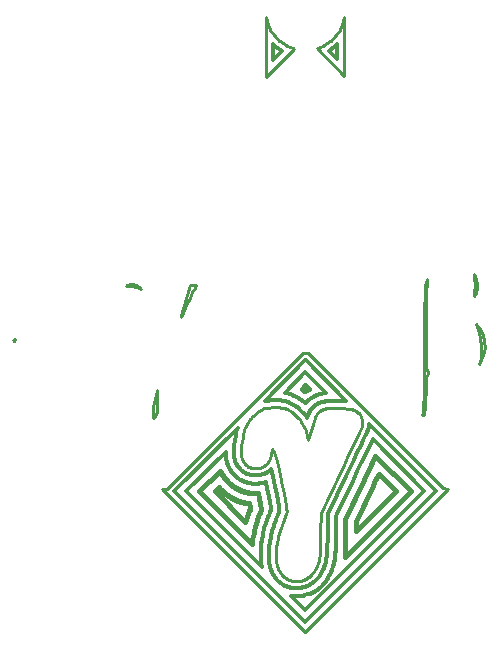
<source format=gto>
%MOIN*%
%OFA0B0*%
%FSLAX44Y44*%
%IPPOS*%
%LPD*%
%ADD10C,0.00984251968503937*%
%ADD11C,0.011811023622047244*%
%ADD12C,0.013779527559055118*%
%ADD13C,0.015748031496062992*%
%ADD14C,0.017716535433070866*%
D10*
X-00001303Y00018791D02*
X-00000367Y00019727D01*
X-00000384Y00019732D01*
X-00000402Y00019738D01*
X-00000606Y00019823D01*
X-00000624Y00019831D01*
X-00000641Y00019841D01*
X-00000824Y00019964D01*
X-00000840Y00019975D01*
X-00000854Y00019988D01*
X-00001011Y00020145D01*
X-00001024Y00020159D01*
X-00001035Y00020175D01*
X-00001158Y00020358D01*
X-00001168Y00020375D01*
X-00001176Y00020392D01*
X-00001261Y00020597D01*
X-00001267Y00020615D01*
X-00001272Y00020634D01*
X-00001303Y00020788D01*
X-00001303Y00018791D01*
X00001303Y00018825D02*
X00001303Y00020788D01*
X00001272Y00020634D01*
X00001267Y00020615D01*
X00001261Y00020597D01*
X00001176Y00020392D01*
X00001168Y00020375D01*
X00001158Y00020358D01*
X00001035Y00020175D01*
X00001024Y00020159D01*
X00001011Y00020145D01*
X00000854Y00019988D01*
X00000840Y00019975D01*
X00000824Y00019964D01*
X00000641Y00019841D01*
X00000624Y00019831D01*
X00000606Y00019823D01*
X00000402Y00019738D01*
X00000393Y00019735D01*
X00001303Y00018825D01*
X00005643Y00011482D02*
X00005693Y00011589D01*
X00005725Y00011760D01*
X00005729Y00011855D01*
X00005705Y00012049D01*
X00005642Y00012205D01*
X00005628Y00012223D01*
X00005636Y00012181D01*
X00005638Y00012171D01*
X00005640Y00012159D01*
X00005642Y00012143D01*
X00005649Y00012043D01*
X00005650Y00012032D01*
X00005652Y00011888D01*
X00005652Y00011885D01*
X00005652Y00011802D01*
X00005652Y00011800D01*
X00005651Y00011623D01*
X00005650Y00011615D01*
X00005643Y00011487D01*
X00005643Y00011482D01*
X00003963Y00007502D02*
X00003965Y00007513D01*
X00003978Y00007606D01*
X00003992Y00007756D01*
X00004006Y00007940D01*
X00004017Y00008137D01*
X00004020Y00008216D01*
X00004040Y00008742D01*
X00004042Y00008765D01*
X00004044Y00008777D01*
X00004052Y00008807D01*
X00004063Y00008836D01*
X00004069Y00008847D01*
X00004085Y00008873D01*
X00004102Y00008893D01*
X00004088Y00008909D01*
X00004089Y00008980D01*
X00004080Y00008995D01*
X00004076Y00009014D01*
X00004027Y00009068D01*
X00004037Y00010593D01*
X00004037Y00010593D01*
X00004039Y00010954D01*
X00004039Y00010954D01*
X00004042Y00011254D01*
X00004042Y00011255D01*
X00004045Y00011500D01*
X00004045Y00011502D01*
X00004048Y00011699D01*
X00004048Y00011701D01*
X00004053Y00011857D01*
X00004053Y00011861D01*
X00004058Y00011980D01*
X00004059Y00011986D01*
X00004064Y00012060D01*
X00004024Y00011931D01*
X00004002Y00011803D01*
X00003997Y00011738D01*
X00003991Y00011603D01*
X00003986Y00011414D01*
X00003981Y00011178D01*
X00003977Y00010903D01*
X00003974Y00010597D01*
X00003972Y00010266D01*
X00003970Y00009918D01*
X00003970Y00009716D01*
X00003970Y00009716D01*
X00003969Y00009280D01*
X00003969Y00009279D01*
X00003968Y00008904D01*
X00003968Y00008903D01*
X00003965Y00008583D01*
X00003965Y00008581D01*
X00003961Y00008311D01*
X00003961Y00008309D01*
X00003955Y00008081D01*
X00003955Y00008079D01*
X00003948Y00007889D01*
X00003948Y00007885D01*
X00003938Y00007727D01*
X00003938Y00007722D01*
X00003927Y00007591D01*
X00003926Y00007583D01*
X00003916Y00007502D01*
X00003963Y00007502D01*
X-00005466Y00011704D02*
X-00005543Y00011784D01*
X-00005622Y00011842D01*
X-00005664Y00011860D01*
X-00005729Y00011875D01*
X-00005735Y00011876D01*
X-00005751Y00011880D01*
X-00005772Y00011880D01*
X-00005839Y00011866D01*
X-00005933Y00011836D01*
X-00005964Y00011821D01*
X-00005946Y00011825D01*
X-00005933Y00011827D01*
X-00005916Y00011829D01*
X-00005898Y00011829D01*
X-00005804Y00011827D01*
X-00005778Y00011824D01*
X-00005766Y00011822D01*
X-00005750Y00011819D01*
X-00005626Y00011789D01*
X-00005604Y00011783D01*
X-00005583Y00011773D01*
X-00005572Y00011768D01*
X-00005559Y00011761D01*
X-00005466Y00011704D01*
X-00004074Y00010921D02*
X-00003953Y00011174D01*
X-00003843Y00011402D01*
X-00003750Y00011597D01*
X-00003678Y00011750D01*
X-00003640Y00011830D01*
X-00003840Y00011830D01*
X-00004120Y00010858D01*
X-00004120Y00010858D01*
X-00004144Y00010775D01*
X-00004074Y00010921D01*
X00005817Y00009220D02*
X00005851Y00009276D01*
X00005946Y00009521D01*
X00005987Y00009755D01*
X00005980Y00009983D01*
X00005927Y00010194D01*
X00005832Y00010380D01*
X00005698Y00010539D01*
X00005762Y00010385D01*
X00005771Y00010360D01*
X00005838Y00010108D01*
X00005842Y00010088D01*
X00005844Y00010076D01*
X00005845Y00010072D01*
X00005880Y00009814D01*
X00005882Y00009786D01*
X00005880Y00009544D01*
X00005878Y00009519D01*
X00005867Y00009434D01*
X00005853Y00009421D01*
X00005862Y00009404D01*
X00005830Y00009265D01*
X00005826Y00009251D01*
X00005817Y00009220D01*
X-00009690Y00009969D02*
X-00009696Y00009983D01*
X-00009679Y00010026D01*
X-00009680Y00010041D01*
X-00009721Y00009999D01*
X-00009690Y00009969D01*
X00000000Y00000278D02*
X00004765Y00005043D01*
X00004720Y00005062D01*
X00004667Y00005062D01*
X00004667Y00005066D01*
X00004612Y00005070D01*
X00002543Y00007140D01*
X00002543Y00007140D01*
X00002541Y00007141D01*
X00002541Y00007141D01*
X00002237Y00007445D01*
X00002236Y00007453D01*
X00002228Y00007454D01*
X00000106Y00009576D01*
X00000105Y00009576D01*
X00000090Y00009573D01*
X00000078Y00009571D01*
X00000062Y00009569D01*
X00000031Y00009567D01*
X00000001Y00009567D01*
X-00000029Y00009569D01*
X-00000045Y00009571D01*
X-00000057Y00009573D01*
X-00000072Y00009576D01*
X-00000073Y00009576D01*
X-00004587Y00005062D01*
X-00004663Y00005062D01*
X-00004666Y00005050D01*
X-00004707Y00005054D01*
X-00004750Y00005036D01*
X-00004763Y00005042D01*
X00000000Y00000278D01*
X-00005047Y00007414D02*
X-00005035Y00007420D01*
X-00005033Y00007422D01*
X-00004999Y00007466D01*
X-00004978Y00007502D01*
X-00004960Y00007552D01*
X-00004945Y00007626D01*
X-00004933Y00007740D01*
X-00004925Y00007907D01*
X-00004920Y00008127D01*
X-00004919Y00008355D01*
X-00004938Y00008307D01*
X-00005012Y00008056D01*
X-00005052Y00007828D01*
X-00005067Y00007574D01*
X-00005066Y00007481D01*
X-00005054Y00007424D01*
X-00005047Y00007414D01*
X-00000285Y00001977D02*
X-00000314Y00001979D01*
X-00000328Y00001980D01*
X-00000426Y00001993D01*
X-00000429Y00001993D01*
X-00000434Y00001994D01*
X-00000436Y00001994D01*
X-00000449Y00001996D01*
X-00000464Y00001999D01*
X-00000494Y00002006D01*
X-00000523Y00002016D01*
X-00000552Y00002028D01*
X-00000566Y00002034D01*
X-00000577Y00002040D01*
X-00000589Y00002046D01*
X-00000612Y00002061D01*
X-00000624Y00002068D01*
X-00000699Y00002120D01*
X-00000705Y00002125D01*
X-00000719Y00002136D01*
X-00000732Y00002147D01*
X-00000745Y00002159D01*
X-00000751Y00002165D01*
X-00000760Y00002173D01*
X-00000770Y00002185D01*
X-00000791Y00002208D01*
X-00000809Y00002233D01*
X-00000825Y00002259D01*
X-00000832Y00002273D01*
X-00000838Y00002284D01*
X-00000838Y00002285D01*
X-00000839Y00002287D01*
X-00000840Y00002288D01*
X-00000892Y00002394D01*
X-00000898Y00002406D01*
X-00000908Y00002430D01*
X-00000916Y00002455D01*
X-00000923Y00002480D01*
X-00000926Y00002493D01*
X-00000955Y00002643D01*
X-00000956Y00002646D01*
X-00000957Y00002653D01*
X-00000958Y00002657D01*
X-00000960Y00002669D01*
X-00000961Y00002681D01*
X-00000964Y00002706D01*
X-00000965Y00002719D01*
X-00000970Y00002903D01*
X-00000970Y00002915D01*
X-00000970Y00002939D01*
X-00000969Y00002950D01*
X-00000950Y00003160D01*
X-00000949Y00003167D01*
X-00000948Y00003181D01*
X-00000947Y00003187D01*
X-00000945Y00003199D01*
X-00000944Y00003203D01*
X-00000943Y00003209D01*
X-00000943Y00003213D01*
X-00000899Y00003438D01*
X-00000897Y00003445D01*
X-00000894Y00003459D01*
X-00000893Y00003465D01*
X-00000867Y00003561D01*
X-00000866Y00003565D01*
X-00000864Y00003573D01*
X-00000862Y00003577D01*
X-00000809Y00003747D01*
X-00000808Y00003750D01*
X-00000806Y00003756D01*
X-00000805Y00003759D01*
X-00000742Y00003940D01*
X-00000741Y00003943D01*
X-00000739Y00003949D01*
X-00000738Y00003952D01*
X-00000677Y00004109D01*
X-00000676Y00004112D01*
X-00000674Y00004117D01*
X-00000673Y00004120D01*
X-00000663Y00004144D01*
X-00000662Y00004145D01*
X-00000662Y00004146D01*
X-00000662Y00004146D01*
X-00000632Y00004215D01*
X-00000618Y00004253D01*
X-00000615Y00004265D01*
X-00000614Y00004273D01*
X-00000614Y00004315D01*
X-00000623Y00004396D01*
X-00000640Y00004513D01*
X-00000670Y00004683D01*
X-00000713Y00004910D01*
X-00000761Y00005162D01*
X-00000835Y00005528D01*
X-00000908Y00005839D01*
X-00000978Y00006092D01*
X-00001040Y00006278D01*
X-00001083Y00006372D01*
X-00001088Y00006377D01*
X-00001097Y00006355D01*
X-00001122Y00006261D01*
X-00001125Y00006243D01*
X-00001126Y00006240D01*
X-00001126Y00006235D01*
X-00001127Y00006233D01*
X-00001147Y00006135D01*
X-00001150Y00006122D01*
X-00001157Y00006096D01*
X-00001166Y00006071D01*
X-00001176Y00006047D01*
X-00001182Y00006035D01*
X-00001188Y00006024D01*
X-00001190Y00006019D01*
X-00001196Y00006009D01*
X-00001198Y00006004D01*
X-00001226Y00005956D01*
X-00001233Y00005946D01*
X-00001247Y00005925D01*
X-00001262Y00005905D01*
X-00001279Y00005886D01*
X-00001288Y00005877D01*
X-00001296Y00005868D01*
X-00001308Y00005858D01*
X-00001331Y00005837D01*
X-00001356Y00005819D01*
X-00001383Y00005803D01*
X-00001396Y00005795D01*
X-00001407Y00005790D01*
X-00001416Y00005786D01*
X-00001434Y00005778D01*
X-00001452Y00005771D01*
X-00001471Y00005764D01*
X-00001480Y00005761D01*
X-00001524Y00005749D01*
X-00001535Y00005747D01*
X-00001556Y00005742D01*
X-00001567Y00005740D01*
X-00001580Y00005738D01*
X-00001594Y00005736D01*
X-00001622Y00005734D01*
X-00001650Y00005733D01*
X-00001678Y00005735D01*
X-00001692Y00005736D01*
X-00001725Y00005741D01*
X-00001727Y00005741D01*
X-00001733Y00005742D01*
X-00001736Y00005742D01*
X-00001748Y00005744D01*
X-00001763Y00005747D01*
X-00001793Y00005754D01*
X-00001823Y00005764D01*
X-00001851Y00005776D01*
X-00001865Y00005782D01*
X-00001876Y00005788D01*
X-00001890Y00005795D01*
X-00001916Y00005812D01*
X-00001941Y00005830D01*
X-00001964Y00005850D01*
X-00001976Y00005860D01*
X-00001984Y00005869D01*
X-00001989Y00005874D01*
X-00001999Y00005885D01*
X-00002004Y00005890D01*
X-00002023Y00005912D01*
X-00002030Y00005921D01*
X-00002045Y00005940D01*
X-00002058Y00005959D01*
X-00002070Y00005980D01*
X-00002075Y00005990D01*
X-00002081Y00006001D01*
X-00002087Y00006015D01*
X-00002099Y00006044D01*
X-00002109Y00006073D01*
X-00002116Y00006103D01*
X-00002119Y00006118D01*
X-00002121Y00006131D01*
X-00002121Y00006133D01*
X-00002122Y00006138D01*
X-00002123Y00006141D01*
X-00002129Y00006193D01*
X-00002131Y00006209D01*
X-00002132Y00006239D01*
X-00002133Y00006255D01*
X-00002130Y00006351D01*
X-00002130Y00006354D01*
X-00002130Y00006361D01*
X-00002129Y00006364D01*
X-00002123Y00006465D01*
X-00002123Y00006473D01*
X-00002121Y00006487D01*
X-00002120Y00006495D01*
X-00002081Y00006785D01*
X-00002080Y00006786D01*
X-00002080Y00006790D01*
X-00002079Y00006793D01*
X-00002077Y00006805D01*
X-00002074Y00006820D01*
X-00002067Y00006851D01*
X-00002062Y00006867D01*
X-00001984Y00007103D01*
X-00001979Y00007117D01*
X-00001967Y00007145D01*
X-00001961Y00007159D01*
X-00001955Y00007170D01*
X-00001951Y00007178D01*
X-00001942Y00007194D01*
X-00001937Y00007202D01*
X-00001821Y00007385D01*
X-00001815Y00007394D01*
X-00001802Y00007411D01*
X-00001789Y00007428D01*
X-00001774Y00007444D01*
X-00001767Y00007452D01*
X-00001758Y00007461D01*
X-00001752Y00007467D01*
X-00001739Y00007478D01*
X-00001732Y00007484D01*
X-00001579Y00007613D01*
X-00001570Y00007620D01*
X-00001552Y00007633D01*
X-00001534Y00007645D01*
X-00001514Y00007656D01*
X-00001505Y00007661D01*
X-00001494Y00007667D01*
X-00001490Y00007669D01*
X-00001481Y00007673D01*
X-00001477Y00007675D01*
X-00001356Y00007730D01*
X-00001344Y00007734D01*
X-00001319Y00007744D01*
X-00001294Y00007751D01*
X-00001269Y00007757D01*
X-00001256Y00007759D01*
X-00001244Y00007761D01*
X-00001243Y00007761D01*
X-00001240Y00007762D01*
X-00001239Y00007762D01*
X-00001059Y00007788D01*
X-00001044Y00007790D01*
X-00001014Y00007792D01*
X-00000985Y00007792D01*
X-00000955Y00007789D01*
X-00000940Y00007787D01*
X-00000928Y00007786D01*
X-00000926Y00007785D01*
X-00000921Y00007784D01*
X-00000918Y00007784D01*
X-00000738Y00007750D01*
X-00000724Y00007747D01*
X-00000696Y00007740D01*
X-00000669Y00007731D01*
X-00000643Y00007720D01*
X-00000630Y00007714D01*
X-00000620Y00007708D01*
X-00000618Y00007708D01*
X-00000616Y00007707D01*
X-00000615Y00007706D01*
X-00000448Y00007618D01*
X-00000436Y00007611D01*
X-00000411Y00007595D01*
X-00000388Y00007578D01*
X-00000365Y00007559D01*
X-00000355Y00007549D01*
X-00000217Y00007413D01*
X-00000216Y00007412D01*
X-00000207Y00007403D01*
X-00000196Y00007391D01*
X-00000175Y00007366D01*
X-00000165Y00007353D01*
X-00000151Y00007333D01*
X-00000144Y00007322D01*
X-00000130Y00007301D01*
X-00000124Y00007290D01*
X-00000038Y00007129D01*
X-00000037Y00007127D01*
X-00000035Y00007124D01*
X-00000034Y00007122D01*
X-00000029Y00007111D01*
X-00000024Y00007101D01*
X-00000014Y00007079D01*
X-00000010Y00007068D01*
X00000073Y00006841D01*
X00000076Y00006833D01*
X00000081Y00006818D01*
X00000083Y00006810D01*
X00000115Y00006693D01*
X00000329Y00007422D01*
X00000332Y00007431D01*
X00000338Y00007448D01*
X00000345Y00007466D01*
X00000352Y00007482D01*
X00000356Y00007490D01*
X00000362Y00007501D01*
X00000369Y00007515D01*
X00000386Y00007541D01*
X00000404Y00007566D01*
X00000424Y00007590D01*
X00000434Y00007601D01*
X00000443Y00007610D01*
X00000454Y00007620D01*
X00000478Y00007640D01*
X00000503Y00007658D01*
X00000529Y00007675D01*
X00000543Y00007682D01*
X00000553Y00007688D01*
X00000568Y00007694D01*
X00000596Y00007706D01*
X00000625Y00007716D01*
X00000655Y00007723D01*
X00000671Y00007726D01*
X00000683Y00007728D01*
X00000698Y00007730D01*
X00000729Y00007732D01*
X00000744Y00007733D01*
X00001124Y00007733D01*
X00001125Y00007733D01*
X00001125Y00007733D01*
X00001288Y00007732D01*
X00001290Y00007732D01*
X00001296Y00007732D01*
X00001298Y00007732D01*
X00001405Y00007728D01*
X00001414Y00007728D01*
X00001433Y00007726D01*
X00001442Y00007725D01*
X00001503Y00007718D01*
X00001506Y00007717D01*
X00001512Y00007716D01*
X00001515Y00007716D01*
X00001527Y00007714D01*
X00001542Y00007711D01*
X00001572Y00007704D01*
X00001601Y00007694D01*
X00001630Y00007682D01*
X00001644Y00007676D01*
X00001655Y00007670D01*
X00001658Y00007668D01*
X00001665Y00007665D01*
X00001669Y00007663D01*
X00001694Y00007649D01*
X00001705Y00007642D01*
X00001727Y00007627D01*
X00001749Y00007611D01*
X00001769Y00007593D01*
X00001779Y00007584D01*
X00001788Y00007576D01*
X00001798Y00007564D01*
X00001818Y00007541D01*
X00001836Y00007516D01*
X00001853Y00007489D01*
X00001860Y00007476D01*
X00001866Y00007465D01*
X00001872Y00007451D01*
X00001884Y00007422D01*
X00001893Y00007393D01*
X00001901Y00007363D01*
X00001904Y00007348D01*
X00001906Y00007336D01*
X00001907Y00007325D01*
X00001909Y00007305D01*
X00001910Y00007284D01*
X00001910Y00007263D01*
X00001910Y00007253D01*
X00001909Y00007231D01*
X00001908Y00007221D01*
X00001906Y00007201D01*
X00001904Y00007191D01*
X00001902Y00007178D01*
X00001900Y00007165D01*
X00001893Y00007137D01*
X00001885Y00007110D01*
X00001874Y00007083D01*
X00001869Y00007070D01*
X00001863Y00007059D01*
X00001863Y00007058D01*
X00001862Y00007056D01*
X00001861Y00007055D01*
X00001842Y00007015D01*
X00001796Y00006921D01*
X00001728Y00006779D01*
X00001640Y00006595D01*
X00001640Y00006595D01*
X00001534Y00006375D01*
X00001534Y00006375D01*
X00001415Y00006126D01*
X00001415Y00006126D01*
X00001285Y00005854D01*
X00001285Y00005854D01*
X00001156Y00005584D01*
X00001156Y00005584D01*
X00000520Y00004251D01*
X00000517Y00003598D01*
X00000517Y00003597D01*
X00000517Y00003597D01*
X00000515Y00003344D01*
X00000515Y00003343D01*
X00000515Y00003341D01*
X00000515Y00003340D01*
X00000512Y00003145D01*
X00000512Y00003143D01*
X00000512Y00003139D01*
X00000512Y00003137D01*
X00000506Y00002988D01*
X00000506Y00002984D01*
X00000506Y00002976D01*
X00000506Y00002972D01*
X00000497Y00002860D01*
X00000496Y00002854D01*
X00000495Y00002841D01*
X00000494Y00002834D01*
X00000482Y00002749D01*
X00000482Y00002748D01*
X00000481Y00002745D01*
X00000481Y00002744D01*
X00000479Y00002732D01*
X00000478Y00002724D01*
X00000475Y00002708D01*
X00000473Y00002700D01*
X00000456Y00002632D01*
X00000454Y00002623D01*
X00000449Y00002606D01*
X00000446Y00002597D01*
X00000430Y00002551D01*
X00000425Y00002538D01*
X00000415Y00002513D01*
X00000409Y00002500D01*
X00000403Y00002489D01*
X00000403Y00002489D01*
X00000403Y00002489D01*
X00000403Y00002488D01*
X00000322Y00002332D01*
X00000315Y00002319D01*
X00000299Y00002293D01*
X00000281Y00002268D01*
X00000261Y00002245D01*
X00000251Y00002233D01*
X00000242Y00002225D01*
X00000240Y00002223D01*
X00000236Y00002219D01*
X00000234Y00002217D01*
X00000136Y00002124D01*
X00000125Y00002115D01*
X00000103Y00002097D01*
X00000080Y00002081D01*
X00000056Y00002066D01*
X00000044Y00002059D01*
X00000033Y00002054D01*
X00000024Y00002049D01*
X00000005Y00002041D01*
X-00000013Y00002034D01*
X-00000033Y00002027D01*
X-00000043Y00002024D01*
X-00000162Y00001992D01*
X-00000172Y00001990D01*
X-00000193Y00001985D01*
X-00000203Y00001983D01*
X-00000215Y00001981D01*
X-00000229Y00001980D01*
X-00000257Y00001977D01*
X-00000285Y00001977D01*
D11*
X-00001066Y00019362D02*
X-00000779Y00019649D01*
X-00000956Y00019768D01*
X-00000965Y00019774D01*
X-00000981Y00019786D01*
X-00000999Y00019800D01*
X-00001013Y00019813D01*
X-00001021Y00019821D01*
X-00001066Y00019867D01*
X-00001066Y00019362D01*
X00001066Y00019395D02*
X00001066Y00019867D01*
X00001021Y00019821D01*
X00001013Y00019813D01*
X00000999Y00019800D01*
X00000981Y00019786D01*
X00000965Y00019774D01*
X00000956Y00019768D01*
X00000799Y00019663D01*
X00001066Y00019395D01*
X00001289Y00007968D02*
X00001290Y00007968D01*
X00001293Y00007968D01*
X00001295Y00007968D01*
X00001300Y00007968D01*
X00001302Y00007968D01*
X00001304Y00007968D01*
X00001306Y00007968D01*
X00001383Y00007965D01*
X00000018Y00009331D01*
X00000015Y00009331D01*
X-00001330Y00007985D01*
X-00001321Y00007987D01*
X-00001313Y00007989D01*
X-00001301Y00007991D01*
X-00001293Y00007993D01*
X-00001281Y00007995D01*
X-00001281Y00007995D01*
X-00001280Y00007995D01*
X-00001278Y00007995D01*
X-00001276Y00007995D01*
X-00001275Y00007996D01*
X-00001273Y00007996D01*
X-00001273Y00007996D01*
X-00001093Y00008022D01*
X-00001084Y00008023D01*
X-00001069Y00008025D01*
X-00001060Y00008025D01*
X-00001031Y00008028D01*
X-00001013Y00008028D01*
X-00000983Y00008028D01*
X-00000965Y00008027D01*
X-00000936Y00008025D01*
X-00000927Y00008024D01*
X-00000912Y00008022D01*
X-00000903Y00008021D01*
X-00000891Y00008019D01*
X-00000890Y00008019D01*
X-00000887Y00008018D01*
X-00000886Y00008018D01*
X-00000881Y00008017D01*
X-00000879Y00008017D01*
X-00000877Y00008016D01*
X-00000875Y00008016D01*
X-00000695Y00007983D01*
X-00000686Y00007981D01*
X-00000672Y00007978D01*
X-00000664Y00007976D01*
X-00000637Y00007969D01*
X-00000620Y00007964D01*
X-00000594Y00007955D01*
X-00000578Y00007949D01*
X-00000552Y00007938D01*
X-00000544Y00007934D01*
X-00000531Y00007928D01*
X-00000523Y00007924D01*
X-00000512Y00007919D01*
X-00000512Y00007919D01*
X-00000511Y00007918D01*
X-00000510Y00007918D01*
X-00000507Y00007916D01*
X-00000507Y00007916D01*
X-00000505Y00007915D01*
X-00000504Y00007915D01*
X-00000338Y00007827D01*
X-00000330Y00007823D01*
X-00000318Y00007816D01*
X-00000310Y00007811D01*
X-00000286Y00007796D01*
X-00000271Y00007786D01*
X-00000248Y00007769D01*
X-00000234Y00007758D01*
X-00000212Y00007739D01*
X-00000205Y00007733D01*
X-00000194Y00007723D01*
X-00000188Y00007717D01*
X-00000051Y00007580D01*
X-00000049Y00007579D01*
X-00000049Y00007579D01*
X-00000040Y00007570D01*
X-00000033Y00007563D01*
X-00000022Y00007551D01*
X-00000016Y00007544D01*
X00000004Y00007519D01*
X00000010Y00007511D01*
X00000020Y00007498D01*
X00000026Y00007491D01*
X00000041Y00007470D01*
X00000045Y00007464D01*
X00000052Y00007453D01*
X00000056Y00007447D01*
X00000069Y00007426D01*
X00000073Y00007419D01*
X00000079Y00007409D01*
X00000103Y00007489D01*
X00000104Y00007494D01*
X00000107Y00007503D01*
X00000109Y00007508D01*
X00000115Y00007525D01*
X00000118Y00007536D01*
X00000125Y00007553D01*
X00000129Y00007563D01*
X00000137Y00007580D01*
X00000139Y00007585D01*
X00000143Y00007593D01*
X00000146Y00007598D01*
X00000151Y00007609D01*
X00000156Y00007617D01*
X00000163Y00007630D01*
X00000168Y00007638D01*
X00000184Y00007665D01*
X00000194Y00007680D01*
X00000213Y00007705D01*
X00000224Y00007720D01*
X00000244Y00007743D01*
X00000250Y00007750D01*
X00000261Y00007761D01*
X00000267Y00007768D01*
X00000276Y00007777D01*
X00000282Y00007783D01*
X00000294Y00007794D01*
X00000301Y00007800D01*
X00000324Y00007820D01*
X00000339Y00007831D01*
X00000364Y00007850D01*
X00000379Y00007860D01*
X00000406Y00007876D01*
X00000414Y00007881D01*
X00000427Y00007888D01*
X00000435Y00007893D01*
X00000446Y00007898D01*
X00000455Y00007902D01*
X00000469Y00007909D01*
X00000477Y00007912D01*
X00000506Y00007924D01*
X00000523Y00007931D01*
X00000552Y00007940D01*
X00000570Y00007945D01*
X00000600Y00007952D01*
X00000609Y00007954D01*
X00000624Y00007957D01*
X00000634Y00007959D01*
X00000646Y00007961D01*
X00000655Y00007962D01*
X00000670Y00007964D01*
X00000680Y00007965D01*
X00000710Y00007967D01*
X00000720Y00007968D01*
X00000735Y00007969D01*
X00000744Y00007969D01*
X00001124Y00007969D01*
X00001125Y00007969D01*
X00001126Y00007969D01*
X00001126Y00007969D01*
X00001289Y00007968D01*
X00000000Y00000612D02*
X00004368Y00004980D01*
X00002376Y00006973D01*
X00002376Y00006973D01*
X00002374Y00006974D01*
X00002374Y00006974D01*
X00002144Y00007205D01*
X00002143Y00007202D01*
X00002143Y00007196D01*
X00002141Y00007176D01*
X00002140Y00007170D01*
X00002139Y00007160D01*
X00002138Y00007154D01*
X00002136Y00007141D01*
X00002134Y00007133D01*
X00002132Y00007119D01*
X00002130Y00007111D01*
X00002123Y00007083D01*
X00002119Y00007067D01*
X00002110Y00007039D01*
X00002105Y00007023D01*
X00002094Y00006997D01*
X00002091Y00006989D01*
X00002085Y00006976D01*
X00002082Y00006968D01*
X00002076Y00006957D01*
X00002076Y00006956D01*
X00002075Y00006955D01*
X00002075Y00006955D01*
X00002074Y00006953D01*
X00002074Y00006953D01*
X00002074Y00006952D01*
X00002073Y00006951D01*
X00002054Y00006911D01*
X00002009Y00006818D01*
X00001941Y00006677D01*
X00001853Y00006493D01*
X00001853Y00006493D01*
X00001747Y00006273D01*
X00001747Y00006273D01*
X00001628Y00006025D01*
X00001628Y00006024D01*
X00001498Y00005752D01*
X00001498Y00005752D01*
X00001369Y00005483D01*
X00001369Y00005483D01*
X00000756Y00004198D01*
X00000753Y00003597D01*
X00000753Y00003597D01*
X00000753Y00003596D01*
X00000753Y00003596D01*
X00000753Y00003595D01*
X00000753Y00003595D01*
X00000752Y00003343D01*
X00000752Y00003342D01*
X00000752Y00003341D01*
X00000752Y00003341D01*
X00000752Y00003339D01*
X00000752Y00003338D01*
X00000752Y00003337D01*
X00000752Y00003337D01*
X00000748Y00003141D01*
X00000748Y00003140D01*
X00000748Y00003138D01*
X00000748Y00003137D01*
X00000748Y00003133D01*
X00000748Y00003131D01*
X00000748Y00003129D01*
X00000748Y00003128D01*
X00000742Y00002979D01*
X00000742Y00002976D01*
X00000742Y00002973D01*
X00000742Y00002971D01*
X00000742Y00002963D01*
X00000742Y00002961D01*
X00000741Y00002957D01*
X00000741Y00002955D01*
X00000733Y00002843D01*
X00000732Y00002839D01*
X00000732Y00002832D01*
X00000731Y00002828D01*
X00000730Y00002815D01*
X00000729Y00002811D01*
X00000729Y00002805D01*
X00000728Y00002801D01*
X00000716Y00002716D01*
X00000716Y00002715D01*
X00000716Y00002714D01*
X00000715Y00002713D01*
X00000715Y00002710D01*
X00000715Y00002709D01*
X00000715Y00002708D01*
X00000715Y00002707D01*
X00000713Y00002695D01*
X00000712Y00002690D01*
X00000710Y00002682D01*
X00000709Y00002677D01*
X00000706Y00002661D01*
X00000705Y00002657D01*
X00000704Y00002649D01*
X00000702Y00002644D01*
X00000686Y00002576D01*
X00000685Y00002571D01*
X00000682Y00002562D01*
X00000681Y00002557D01*
X00000676Y00002539D01*
X00000674Y00002534D01*
X00000671Y00002525D01*
X00000670Y00002520D01*
X00000654Y00002474D01*
X00000651Y00002466D01*
X00000646Y00002453D01*
X00000643Y00002446D01*
X00000632Y00002420D01*
X00000629Y00002413D01*
X00000623Y00002400D01*
X00000619Y00002393D01*
X00000614Y00002382D01*
X00000614Y00002382D01*
X00000613Y00002381D01*
X00000613Y00002380D01*
X00000612Y00002379D01*
X00000532Y00002224D01*
X00000528Y00002216D01*
X00000521Y00002203D01*
X00000516Y00002195D01*
X00000500Y00002169D01*
X00000490Y00002153D01*
X00000472Y00002129D01*
X00000460Y00002114D01*
X00000440Y00002091D01*
X00000434Y00002084D01*
X00000424Y00002073D01*
X00000418Y00002066D01*
X00000408Y00002057D01*
X00000406Y00002055D01*
X00000405Y00002054D01*
X00000401Y00002050D01*
X00000400Y00002049D01*
X00000398Y00002047D01*
X00000396Y00002046D01*
X00000298Y00001952D01*
X00000292Y00001947D01*
X00000281Y00001937D01*
X00000275Y00001932D01*
X00000253Y00001914D01*
X00000240Y00001904D01*
X00000217Y00001888D01*
X00000202Y00001878D01*
X00000178Y00001864D01*
X00000171Y00001860D01*
X00000159Y00001853D01*
X00000151Y00001849D01*
X00000140Y00001843D01*
X00000135Y00001841D01*
X00000125Y00001836D01*
X00000120Y00001834D01*
X00000101Y00001825D01*
X00000090Y00001820D01*
X00000071Y00001813D01*
X00000059Y00001809D01*
X00000039Y00001803D01*
X00000033Y00001801D01*
X00000024Y00001798D01*
X00000018Y00001796D01*
X-00000101Y00001764D01*
X-00000107Y00001762D01*
X-00000117Y00001760D01*
X-00000123Y00001759D01*
X-00000143Y00001754D01*
X-00000150Y00001753D01*
X-00000160Y00001751D01*
X-00000166Y00001750D01*
X-00000178Y00001748D01*
X-00000186Y00001747D01*
X-00000200Y00001745D01*
X-00000209Y00001744D01*
X-00000237Y00001742D01*
X-00000254Y00001741D01*
X-00000282Y00001741D01*
X-00000299Y00001741D01*
X-00000328Y00001743D01*
X-00000336Y00001743D01*
X-00000350Y00001745D01*
X-00000358Y00001746D01*
X-00000457Y00001759D01*
X-00000458Y00001759D01*
X-00000461Y00001759D01*
X-00000462Y00001759D01*
X-00000468Y00001760D01*
X-00000469Y00001760D01*
X-00000472Y00001761D01*
X-00000473Y00001761D01*
X-00000486Y00001763D01*
X-00000495Y00001765D01*
X-00000510Y00001768D01*
X-00000519Y00001770D01*
X-00000549Y00001777D01*
X-00000567Y00001782D01*
X-00000596Y00001791D01*
X-00000613Y00001798D01*
X-00000642Y00001809D01*
X-00000650Y00001813D01*
X-00000664Y00001820D01*
X-00000673Y00001824D01*
X-00000684Y00001829D01*
X-00000691Y00001833D01*
X-00000703Y00001840D01*
X-00000710Y00001844D01*
X-00000734Y00001858D01*
X-00000741Y00001862D01*
X-00000752Y00001870D01*
X-00000759Y00001874D01*
X-00000834Y00001927D01*
X-00000838Y00001930D01*
X-00000845Y00001935D01*
X-00000849Y00001938D01*
X-00000863Y00001948D01*
X-00000871Y00001955D01*
X-00000884Y00001966D01*
X-00000892Y00001973D01*
X-00000905Y00001985D01*
X-00000909Y00001988D01*
X-00000915Y00001994D01*
X-00000918Y00001998D01*
X-00000927Y00002006D01*
X-00000933Y00002013D01*
X-00000944Y00002024D01*
X-00000950Y00002031D01*
X-00000970Y00002055D01*
X-00000982Y00002069D01*
X-00001000Y00002094D01*
X-00001010Y00002110D01*
X-00001026Y00002136D01*
X-00001031Y00002144D01*
X-00001038Y00002157D01*
X-00001043Y00002166D01*
X-00001048Y00002176D01*
X-00001049Y00002177D01*
X-00001049Y00002178D01*
X-00001049Y00002179D01*
X-00001051Y00002181D01*
X-00001051Y00002182D01*
X-00001051Y00002183D01*
X-00001052Y00002183D01*
X-00001104Y00002289D01*
X-00001108Y00002296D01*
X-00001113Y00002308D01*
X-00001116Y00002315D01*
X-00001126Y00002339D01*
X-00001132Y00002354D01*
X-00001140Y00002379D01*
X-00001145Y00002394D01*
X-00001151Y00002419D01*
X-00001153Y00002427D01*
X-00001156Y00002440D01*
X-00001158Y00002447D01*
X-00001187Y00002597D01*
X-00001188Y00002600D01*
X-00001188Y00002603D01*
X-00001189Y00002605D01*
X-00001190Y00002612D01*
X-00001190Y00002614D01*
X-00001191Y00002618D01*
X-00001191Y00002620D01*
X-00001193Y00002632D01*
X-00001194Y00002639D01*
X-00001196Y00002652D01*
X-00001197Y00002659D01*
X-00001199Y00002684D01*
X-00001200Y00002692D01*
X-00001200Y00002704D01*
X-00001201Y00002711D01*
X-00001206Y00002896D01*
X-00001206Y00002903D01*
X-00001207Y00002915D01*
X-00001206Y00002922D01*
X-00001206Y00002946D01*
X-00001205Y00002953D01*
X-00001205Y00002964D01*
X-00001204Y00002971D01*
X-00001186Y00003181D01*
X-00001185Y00003185D01*
X-00001184Y00003192D01*
X-00001184Y00003196D01*
X-00001182Y00003210D01*
X-00001182Y00003214D01*
X-00001181Y00003220D01*
X-00001180Y00003224D01*
X-00001178Y00003237D01*
X-00001178Y00003238D01*
X-00001177Y00003242D01*
X-00001177Y00003244D01*
X-00001176Y00003250D01*
X-00001176Y00003252D01*
X-00001175Y00003256D01*
X-00001175Y00003258D01*
X-00001131Y00003483D01*
X-00001130Y00003488D01*
X-00001128Y00003494D01*
X-00001128Y00003498D01*
X-00001125Y00003512D01*
X-00001124Y00003515D01*
X-00001122Y00003522D01*
X-00001121Y00003526D01*
X-00001095Y00003622D01*
X-00001095Y00003625D01*
X-00001093Y00003629D01*
X-00001093Y00003631D01*
X-00001090Y00003639D01*
X-00001090Y00003641D01*
X-00001089Y00003645D01*
X-00001088Y00003648D01*
X-00001035Y00003818D01*
X-00001034Y00003819D01*
X-00001033Y00003822D01*
X-00001032Y00003824D01*
X-00001031Y00003830D01*
X-00001030Y00003832D01*
X-00001029Y00003835D01*
X-00001028Y00003836D01*
X-00000965Y00004017D01*
X-00000965Y00004019D01*
X-00000963Y00004022D01*
X-00000963Y00004024D01*
X-00000961Y00004030D01*
X-00000960Y00004032D01*
X-00000959Y00004035D01*
X-00000958Y00004037D01*
X-00000897Y00004194D01*
X-00000897Y00004196D01*
X-00000896Y00004198D01*
X-00000895Y00004200D01*
X-00000893Y00004206D01*
X-00000892Y00004207D01*
X-00000891Y00004210D01*
X-00000890Y00004212D01*
X-00000880Y00004235D01*
X-00000880Y00004236D01*
X-00000880Y00004237D01*
X-00000880Y00004237D01*
X-00000879Y00004238D01*
X-00000879Y00004239D01*
X-00000879Y00004239D01*
X-00000852Y00004303D01*
X-00000851Y00004305D01*
X-00000857Y00004366D01*
X-00000873Y00004475D01*
X-00000903Y00004640D01*
X-00000945Y00004865D01*
X-00000992Y00005116D01*
X-00001066Y00005477D01*
X-00001120Y00005710D01*
X-00001120Y00005710D01*
X-00001129Y00005701D01*
X-00001136Y00005695D01*
X-00001147Y00005684D01*
X-00001154Y00005678D01*
X-00001178Y00005658D01*
X-00001192Y00005646D01*
X-00001217Y00005628D01*
X-00001233Y00005618D01*
X-00001259Y00005602D01*
X-00001267Y00005597D01*
X-00001281Y00005589D01*
X-00001289Y00005585D01*
X-00001300Y00005579D01*
X-00001305Y00005577D01*
X-00001314Y00005573D01*
X-00001320Y00005570D01*
X-00001337Y00005562D01*
X-00001348Y00005557D01*
X-00001367Y00005550D01*
X-00001378Y00005546D01*
X-00001396Y00005540D01*
X-00001402Y00005538D01*
X-00001411Y00005536D01*
X-00001417Y00005534D01*
X-00001461Y00005522D01*
X-00001467Y00005520D01*
X-00001478Y00005517D01*
X-00001484Y00005516D01*
X-00001506Y00005511D01*
X-00001513Y00005510D01*
X-00001524Y00005508D01*
X-00001530Y00005507D01*
X-00001543Y00005505D01*
X-00001551Y00005503D01*
X-00001565Y00005502D01*
X-00001573Y00005501D01*
X-00001601Y00005498D01*
X-00001618Y00005498D01*
X-00001647Y00005497D01*
X-00001663Y00005498D01*
X-00001692Y00005499D01*
X-00001700Y00005500D01*
X-00001714Y00005501D01*
X-00001722Y00005502D01*
X-00001755Y00005506D01*
X-00001757Y00005507D01*
X-00001759Y00005507D01*
X-00001761Y00005507D01*
X-00001766Y00005508D01*
X-00001768Y00005508D01*
X-00001771Y00005509D01*
X-00001772Y00005509D01*
X-00001785Y00005511D01*
X-00001794Y00005512D01*
X-00001809Y00005515D01*
X-00001818Y00005517D01*
X-00001848Y00005525D01*
X-00001866Y00005530D01*
X-00001896Y00005539D01*
X-00001913Y00005546D01*
X-00001942Y00005558D01*
X-00001950Y00005561D01*
X-00001964Y00005568D01*
X-00001973Y00005572D01*
X-00001984Y00005578D01*
X-00001992Y00005582D01*
X-00002005Y00005589D01*
X-00002013Y00005594D01*
X-00002040Y00005610D01*
X-00002055Y00005620D01*
X-00002080Y00005639D01*
X-00002094Y00005650D01*
X-00002118Y00005670D01*
X-00002125Y00005676D01*
X-00002136Y00005687D01*
X-00002143Y00005693D01*
X-00002151Y00005702D01*
X-00002154Y00005705D01*
X-00002159Y00005710D01*
X-00002162Y00005713D01*
X-00002172Y00005724D01*
X-00002175Y00005727D01*
X-00002180Y00005732D01*
X-00002183Y00005736D01*
X-00002202Y00005757D01*
X-00002206Y00005763D01*
X-00002214Y00005772D01*
X-00002218Y00005778D01*
X-00002232Y00005796D01*
X-00002241Y00005808D01*
X-00002254Y00005827D01*
X-00002261Y00005839D01*
X-00002273Y00005860D01*
X-00002277Y00005866D01*
X-00002282Y00005876D01*
X-00002286Y00005883D01*
X-00002291Y00005894D01*
X-00002295Y00005902D01*
X-00002302Y00005916D01*
X-00002306Y00005925D01*
X-00002318Y00005953D01*
X-00002324Y00005971D01*
X-00002334Y00006000D01*
X-00002339Y00006018D01*
X-00002346Y00006048D01*
X-00002348Y00006057D01*
X-00002351Y00006072D01*
X-00002352Y00006081D01*
X-00002354Y00006094D01*
X-00002355Y00006095D01*
X-00002355Y00006097D01*
X-00002355Y00006099D01*
X-00002356Y00006104D01*
X-00002356Y00006106D01*
X-00002357Y00006109D01*
X-00002357Y00006110D01*
X-00002364Y00006162D01*
X-00002365Y00006172D01*
X-00002366Y00006187D01*
X-00002367Y00006196D01*
X-00002368Y00006227D01*
X-00002369Y00006236D01*
X-00002369Y00006252D01*
X-00002369Y00006261D01*
X-00002366Y00006357D01*
X-00002366Y00006359D01*
X-00002366Y00006362D01*
X-00002366Y00006364D01*
X-00002366Y00006371D01*
X-00002366Y00006373D01*
X-00002365Y00006377D01*
X-00002365Y00006379D01*
X-00002359Y00006479D01*
X-00002359Y00006484D01*
X-00002358Y00006491D01*
X-00002358Y00006496D01*
X-00002356Y00006511D01*
X-00002356Y00006515D01*
X-00002355Y00006523D01*
X-00002354Y00006527D01*
X-00002315Y00006817D01*
X-00002314Y00006818D01*
X-00002314Y00006819D01*
X-00002314Y00006821D01*
X-00002313Y00006825D01*
X-00002313Y00006826D01*
X-00002313Y00006828D01*
X-00002313Y00006830D01*
X-00002311Y00006842D01*
X-00002309Y00006851D01*
X-00002306Y00006867D01*
X-00002304Y00006876D01*
X-00002296Y00006907D01*
X-00002294Y00006916D01*
X-00002290Y00006932D01*
X-00002287Y00006941D01*
X-00002243Y00007071D01*
X-00004351Y00004964D01*
X00000000Y00000612D01*
D12*
X00000017Y00007901D02*
X00000034Y00007922D01*
X00000038Y00007926D01*
X00000044Y00007933D01*
X00000048Y00007937D01*
X00000058Y00007948D01*
X00000062Y00007952D01*
X00000068Y00007959D01*
X00000072Y00007963D01*
X00000081Y00007971D01*
X00000085Y00007975D01*
X00000091Y00007982D01*
X00000095Y00007985D01*
X00000107Y00007996D01*
X00000111Y00007999D01*
X00000118Y00008006D01*
X00000122Y00008009D01*
X00000145Y00008029D01*
X00000154Y00008036D01*
X00000168Y00008048D01*
X00000177Y00008054D01*
X00000202Y00008072D01*
X00000211Y00008079D01*
X00000226Y00008089D01*
X00000235Y00008095D01*
X00000262Y00008111D01*
X00000266Y00008114D01*
X00000274Y00008118D01*
X00000279Y00008121D01*
X00000292Y00008129D01*
X00000297Y00008131D01*
X00000305Y00008136D01*
X00000310Y00008138D01*
X00000321Y00008144D01*
X00000326Y00008146D01*
X00000334Y00008150D01*
X00000339Y00008152D01*
X00000353Y00008159D01*
X00000358Y00008161D01*
X00000367Y00008165D01*
X00000372Y00008167D01*
X00000400Y00008179D01*
X00000410Y00008183D01*
X00000428Y00008189D01*
X00000438Y00008193D01*
X00000467Y00008202D01*
X00000477Y00008205D01*
X00000495Y00008210D01*
X00000506Y00008213D01*
X00000536Y00008220D01*
X00000541Y00008222D01*
X00000550Y00008224D01*
X00000556Y00008225D01*
X00000571Y00008228D01*
X00000576Y00008229D01*
X00000585Y00008230D01*
X00000590Y00008231D01*
X00000603Y00008233D01*
X00000608Y00008234D01*
X00000617Y00008235D01*
X00000622Y00008236D01*
X00000638Y00008238D01*
X00000643Y00008238D01*
X00000652Y00008239D01*
X00000658Y00008240D01*
X00000689Y00008242D01*
X00000694Y00008243D01*
X00000704Y00008243D01*
X00000709Y00008243D01*
X00000715Y00008244D01*
X00000016Y00008942D01*
X-00000667Y00008258D01*
X-00000645Y00008254D01*
X-00000640Y00008253D01*
X-00000631Y00008251D01*
X-00000626Y00008250D01*
X-00000613Y00008247D01*
X-00000608Y00008246D01*
X-00000599Y00008244D01*
X-00000595Y00008243D01*
X-00000567Y00008235D01*
X-00000558Y00008233D01*
X-00000541Y00008228D01*
X-00000532Y00008225D01*
X-00000505Y00008216D01*
X-00000496Y00008212D01*
X-00000480Y00008206D01*
X-00000471Y00008203D01*
X-00000444Y00008192D01*
X-00000440Y00008190D01*
X-00000432Y00008186D01*
X-00000428Y00008184D01*
X-00000415Y00008178D01*
X-00000410Y00008176D01*
X-00000403Y00008172D01*
X-00000398Y00008170D01*
X-00000387Y00008164D01*
X-00000387Y00008164D01*
X-00000386Y00008164D01*
X-00000385Y00008163D01*
X-00000384Y00008163D01*
X-00000383Y00008162D01*
X-00000383Y00008162D01*
X-00000381Y00008161D01*
X-00000380Y00008161D01*
X-00000380Y00008161D01*
X-00000379Y00008160D01*
X-00000378Y00008159D01*
X-00000377Y00008159D01*
X-00000376Y00008159D01*
X-00000376Y00008159D01*
X-00000210Y00008071D01*
X-00000205Y00008069D01*
X-00000197Y00008064D01*
X-00000193Y00008062D01*
X-00000180Y00008054D01*
X-00000176Y00008052D01*
X-00000168Y00008047D01*
X-00000164Y00008045D01*
X-00000139Y00008029D01*
X-00000131Y00008024D01*
X-00000116Y00008014D01*
X-00000108Y00008008D01*
X-00000085Y00007991D01*
X-00000076Y00007984D01*
X-00000063Y00007974D01*
X-00000055Y00007967D01*
X-00000033Y00007948D01*
X-00000029Y00007945D01*
X-00000022Y00007939D01*
X-00000018Y00007936D01*
X-00000008Y00007926D01*
X-00000004Y00007922D01*
X00000001Y00007916D01*
X00000005Y00007913D01*
X00000017Y00007901D01*
X00000000Y00001002D02*
X00003978Y00004980D01*
X00002258Y00006700D01*
X00002257Y00006698D01*
X00002189Y00006557D01*
X00002101Y00006374D01*
X00002101Y00006374D01*
X00001996Y00006154D01*
X00001996Y00006154D01*
X00001877Y00005906D01*
X00001877Y00005906D01*
X00001747Y00005633D01*
X00001747Y00005633D01*
X00001618Y00005364D01*
X00001031Y00004135D01*
X00001029Y00003596D01*
X00001029Y00003595D01*
X00001029Y00003595D01*
X00001029Y00003594D01*
X00001029Y00003593D01*
X00001029Y00003593D01*
X00001027Y00003341D01*
X00001027Y00003340D01*
X00001027Y00003339D01*
X00001027Y00003338D01*
X00001027Y00003337D01*
X00001027Y00003335D01*
X00001027Y00003335D01*
X00001027Y00003335D01*
X00001027Y00003335D01*
X00001027Y00003334D01*
X00001027Y00003333D01*
X00001027Y00003332D01*
X00001027Y00003332D01*
X00001024Y00003136D01*
X00001024Y00003135D01*
X00001024Y00003134D01*
X00001024Y00003132D01*
X00001024Y00003132D01*
X00001024Y00003130D01*
X00001024Y00003129D01*
X00001024Y00003125D01*
X00001024Y00003125D01*
X00001024Y00003123D01*
X00001024Y00003123D01*
X00001023Y00003120D01*
X00001023Y00003120D01*
X00001023Y00003119D01*
X00001023Y00003118D01*
X00001018Y00002969D01*
X00001018Y00002967D01*
X00001018Y00002965D01*
X00001018Y00002963D01*
X00001017Y00002960D01*
X00001017Y00002959D01*
X00001017Y00002957D01*
X00001017Y00002955D01*
X00001017Y00002947D01*
X00001017Y00002946D01*
X00001017Y00002944D01*
X00001017Y00002943D01*
X00001016Y00002939D01*
X00001016Y00002938D01*
X00001016Y00002935D01*
X00001016Y00002934D01*
X00001007Y00002822D01*
X00001007Y00002819D01*
X00001007Y00002815D01*
X00001007Y00002813D01*
X00001006Y00002807D01*
X00001006Y00002805D01*
X00001006Y00002801D01*
X00001005Y00002798D01*
X00001004Y00002785D01*
X00001004Y00002783D01*
X00001003Y00002779D01*
X00001003Y00002777D01*
X00001002Y00002770D01*
X00001002Y00002768D01*
X00001001Y00002764D01*
X00001001Y00002762D01*
X00000989Y00002677D01*
X00000989Y00002677D01*
X00000989Y00002676D01*
X00000988Y00002675D01*
X00000988Y00002674D01*
X00000988Y00002673D01*
X00000988Y00002672D01*
X00000988Y00002672D01*
X00000988Y00002669D01*
X00000987Y00002668D01*
X00000987Y00002667D01*
X00000987Y00002667D01*
X00000987Y00002665D01*
X00000987Y00002665D01*
X00000987Y00002664D01*
X00000987Y00002664D01*
X00000985Y00002652D01*
X00000984Y00002649D01*
X00000984Y00002644D01*
X00000983Y00002641D01*
X00000982Y00002633D01*
X00000981Y00002631D01*
X00000980Y00002626D01*
X00000980Y00002623D01*
X00000977Y00002607D01*
X00000976Y00002604D01*
X00000975Y00002600D01*
X00000974Y00002597D01*
X00000973Y00002589D01*
X00000972Y00002586D01*
X00000971Y00002582D01*
X00000970Y00002579D01*
X00000954Y00002511D01*
X00000953Y00002508D01*
X00000951Y00002502D01*
X00000951Y00002499D01*
X00000948Y00002491D01*
X00000948Y00002488D01*
X00000946Y00002482D01*
X00000945Y00002479D01*
X00000940Y00002462D01*
X00000939Y00002459D01*
X00000938Y00002454D01*
X00000937Y00002450D01*
X00000934Y00002442D01*
X00000933Y00002439D01*
X00000931Y00002434D01*
X00000930Y00002431D01*
X00000914Y00002384D01*
X00000913Y00002380D01*
X00000910Y00002372D01*
X00000908Y00002368D01*
X00000903Y00002355D01*
X00000901Y00002350D01*
X00000898Y00002343D01*
X00000896Y00002338D01*
X00000886Y00002313D01*
X00000884Y00002308D01*
X00000880Y00002301D01*
X00000878Y00002296D01*
X00000873Y00002284D01*
X00000870Y00002279D01*
X00000867Y00002272D01*
X00000865Y00002268D01*
X00000859Y00002257D01*
X00000859Y00002257D01*
X00000859Y00002256D01*
X00000858Y00002255D01*
X00000857Y00002254D01*
X00000857Y00002253D01*
X00000857Y00002252D01*
X00000778Y00002098D01*
X00000775Y00002093D01*
X00000771Y00002085D01*
X00000768Y00002081D01*
X00000761Y00002067D01*
X00000758Y00002063D01*
X00000753Y00002055D01*
X00000751Y00002050D01*
X00000734Y00002024D01*
X00000729Y00002015D01*
X00000718Y00002000D01*
X00000712Y00001991D01*
X00000694Y00001966D01*
X00000688Y00001958D01*
X00000676Y00001943D01*
X00000670Y00001935D01*
X00000650Y00001912D01*
X00000646Y00001908D01*
X00000640Y00001901D01*
X00000637Y00001897D01*
X00000626Y00001886D01*
X00000622Y00001882D01*
X00000616Y00001875D01*
X00000612Y00001872D01*
X00000603Y00001862D01*
X00000602Y00001861D01*
X00000600Y00001859D01*
X00000599Y00001858D01*
X00000598Y00001857D01*
X00000597Y00001856D01*
X00000593Y00001852D01*
X00000593Y00001852D01*
X00000591Y00001851D01*
X00000590Y00001850D01*
X00000588Y00001848D01*
X00000588Y00001847D01*
X00000586Y00001846D01*
X00000586Y00001845D01*
X00000487Y00001752D01*
X00000484Y00001749D01*
X00000477Y00001743D01*
X00000474Y00001740D01*
X00000463Y00001731D01*
X00000460Y00001727D01*
X00000453Y00001722D01*
X00000449Y00001719D01*
X00000428Y00001701D01*
X00000420Y00001695D01*
X00000406Y00001685D01*
X00000398Y00001679D01*
X00000376Y00001663D01*
X00000367Y00001657D01*
X00000353Y00001648D01*
X00000345Y00001643D01*
X00000321Y00001628D01*
X00000317Y00001626D01*
X00000309Y00001621D01*
X00000305Y00001619D01*
X00000293Y00001612D01*
X00000288Y00001610D01*
X00000281Y00001606D01*
X00000277Y00001603D01*
X00000266Y00001598D01*
X00000262Y00001596D01*
X00000257Y00001593D01*
X00000253Y00001592D01*
X00000244Y00001587D01*
X00000241Y00001586D01*
X00000235Y00001583D01*
X00000232Y00001582D01*
X00000213Y00001573D01*
X00000207Y00001571D01*
X00000195Y00001566D01*
X00000189Y00001563D01*
X00000169Y00001556D01*
X00000163Y00001553D01*
X00000151Y00001549D01*
X00000144Y00001547D01*
X00000125Y00001541D01*
X00000121Y00001539D01*
X00000115Y00001538D01*
X00000112Y00001537D01*
X00000102Y00001534D01*
X00000099Y00001533D01*
X00000093Y00001531D01*
X00000089Y00001530D01*
X-00000029Y00001498D01*
X-00000033Y00001497D01*
X-00000039Y00001495D01*
X-00000042Y00001495D01*
X-00000052Y00001492D01*
X-00000056Y00001491D01*
X-00000062Y00001490D01*
X-00000066Y00001489D01*
X-00000086Y00001485D01*
X-00000089Y00001484D01*
X-00000096Y00001483D01*
X-00000099Y00001482D01*
X-00000109Y00001480D01*
X-00000113Y00001480D01*
X-00000119Y00001479D01*
X-00000123Y00001478D01*
X-00000135Y00001476D01*
X-00000140Y00001475D01*
X-00000148Y00001474D01*
X-00000153Y00001473D01*
X-00000167Y00001472D01*
X-00000172Y00001471D01*
X-00000180Y00001470D01*
X-00000185Y00001470D01*
X-00000214Y00001467D01*
X-00000223Y00001467D01*
X-00000240Y00001466D01*
X-00000250Y00001466D01*
X-00000279Y00001465D01*
X-00000288Y00001465D01*
X-00000305Y00001466D01*
X-00000315Y00001466D01*
X-00000344Y00001468D01*
X-00000349Y00001468D01*
X-00000357Y00001469D01*
X-00000362Y00001469D01*
X-00000376Y00001470D01*
X-00000381Y00001471D01*
X-00000389Y00001472D01*
X-00000394Y00001472D01*
X-00000482Y00001484D01*
X00000000Y00001002D01*
X-00001437Y00002439D02*
X-00001458Y00002544D01*
X-00001458Y00002546D01*
X-00001458Y00002548D01*
X-00001459Y00002549D01*
X-00001459Y00002553D01*
X-00001460Y00002554D01*
X-00001460Y00002556D01*
X-00001460Y00002557D01*
X-00001461Y00002564D01*
X-00001462Y00002565D01*
X-00001462Y00002567D01*
X-00001462Y00002568D01*
X-00001463Y00002572D01*
X-00001463Y00002573D01*
X-00001463Y00002575D01*
X-00001463Y00002577D01*
X-00001465Y00002589D01*
X-00001466Y00002593D01*
X-00001467Y00002600D01*
X-00001468Y00002605D01*
X-00001469Y00002617D01*
X-00001470Y00002622D01*
X-00001471Y00002629D01*
X-00001471Y00002633D01*
X-00001473Y00002658D01*
X-00001474Y00002662D01*
X-00001474Y00002670D01*
X-00001475Y00002674D01*
X-00001475Y00002687D01*
X-00001476Y00002691D01*
X-00001476Y00002699D01*
X-00001476Y00002703D01*
X-00001482Y00002888D01*
X-00001482Y00002892D01*
X-00001482Y00002899D01*
X-00001482Y00002903D01*
X-00001482Y00002915D01*
X-00001482Y00002919D01*
X-00001482Y00002926D01*
X-00001482Y00002930D01*
X-00001481Y00002954D01*
X-00001481Y00002958D01*
X-00001481Y00002965D01*
X-00001481Y00002969D01*
X-00001480Y00002981D01*
X-00001480Y00002985D01*
X-00001479Y00002992D01*
X-00001479Y00002996D01*
X-00001460Y00003206D01*
X-00001460Y00003208D01*
X-00001459Y00003212D01*
X-00001459Y00003215D01*
X-00001458Y00003221D01*
X-00001458Y00003224D01*
X-00001458Y00003228D01*
X-00001457Y00003230D01*
X-00001456Y00003244D01*
X-00001455Y00003246D01*
X-00001455Y00003250D01*
X-00001455Y00003252D01*
X-00001454Y00003259D01*
X-00001453Y00003261D01*
X-00001453Y00003265D01*
X-00001452Y00003268D01*
X-00001450Y00003280D01*
X-00001450Y00003281D01*
X-00001450Y00003283D01*
X-00001450Y00003284D01*
X-00001449Y00003287D01*
X-00001449Y00003288D01*
X-00001449Y00003290D01*
X-00001448Y00003291D01*
X-00001447Y00003298D01*
X-00001447Y00003300D01*
X-00001447Y00003301D01*
X-00001447Y00003302D01*
X-00001446Y00003306D01*
X-00001446Y00003307D01*
X-00001445Y00003309D01*
X-00001445Y00003310D01*
X-00001401Y00003536D01*
X-00001401Y00003538D01*
X-00001400Y00003543D01*
X-00001399Y00003545D01*
X-00001398Y00003551D01*
X-00001398Y00003554D01*
X-00001397Y00003558D01*
X-00001396Y00003560D01*
X-00001393Y00003573D01*
X-00001393Y00003576D01*
X-00001392Y00003580D01*
X-00001391Y00003582D01*
X-00001389Y00003589D01*
X-00001389Y00003591D01*
X-00001388Y00003595D01*
X-00001387Y00003597D01*
X-00001361Y00003693D01*
X-00001361Y00003695D01*
X-00001360Y00003697D01*
X-00001360Y00003699D01*
X-00001359Y00003703D01*
X-00001358Y00003704D01*
X-00001358Y00003707D01*
X-00001357Y00003708D01*
X-00001355Y00003716D01*
X-00001355Y00003717D01*
X-00001354Y00003720D01*
X-00001354Y00003721D01*
X-00001352Y00003725D01*
X-00001352Y00003726D01*
X-00001351Y00003729D01*
X-00001351Y00003730D01*
X-00001298Y00003900D01*
X-00001297Y00003901D01*
X-00001297Y00003903D01*
X-00001296Y00003904D01*
X-00001295Y00003907D01*
X-00001295Y00003908D01*
X-00001294Y00003910D01*
X-00001294Y00003911D01*
X-00001292Y00003916D01*
X-00001292Y00003917D01*
X-00001291Y00003919D01*
X-00001291Y00003920D01*
X-00001290Y00003923D01*
X-00001290Y00003924D01*
X-00001289Y00003926D01*
X-00001289Y00003927D01*
X-00001225Y00004108D01*
X-00001225Y00004109D01*
X-00001224Y00004111D01*
X-00001224Y00004112D01*
X-00001223Y00004115D01*
X-00001223Y00004116D01*
X-00001222Y00004118D01*
X-00001221Y00004119D01*
X-00001219Y00004125D01*
X-00001219Y00004126D01*
X-00001218Y00004128D01*
X-00001218Y00004129D01*
X-00001217Y00004132D01*
X-00001216Y00004134D01*
X-00001216Y00004135D01*
X-00001215Y00004136D01*
X-00001155Y00004293D01*
X-00001154Y00004294D01*
X-00001154Y00004296D01*
X-00001153Y00004296D01*
X-00001152Y00004299D01*
X-00001152Y00004300D01*
X-00001151Y00004302D01*
X-00001151Y00004303D01*
X-00001149Y00004308D01*
X-00001148Y00004309D01*
X-00001148Y00004311D01*
X-00001147Y00004312D01*
X-00001146Y00004315D01*
X-00001146Y00004316D01*
X-00001145Y00004317D01*
X-00001145Y00004318D01*
X-00001135Y00004342D01*
X-00001134Y00004342D01*
X-00001134Y00004343D01*
X-00001134Y00004344D01*
X-00001134Y00004344D01*
X-00001133Y00004345D01*
X-00001133Y00004346D01*
X-00001133Y00004346D01*
X-00001133Y00004346D01*
X-00001145Y00004430D01*
X-00001174Y00004591D01*
X-00001215Y00004814D01*
X-00001263Y00005063D01*
X-00001307Y00005280D01*
X-00001310Y00005279D01*
X-00001313Y00005278D01*
X-00001318Y00005276D01*
X-00001322Y00005275D01*
X-00001331Y00005272D01*
X-00001334Y00005271D01*
X-00001340Y00005269D01*
X-00001343Y00005268D01*
X-00001387Y00005256D01*
X-00001391Y00005255D01*
X-00001397Y00005254D01*
X-00001401Y00005253D01*
X-00001412Y00005250D01*
X-00001416Y00005249D01*
X-00001422Y00005247D01*
X-00001426Y00005247D01*
X-00001448Y00005242D01*
X-00001452Y00005241D01*
X-00001458Y00005240D01*
X-00001462Y00005239D01*
X-00001473Y00005237D01*
X-00001477Y00005236D01*
X-00001483Y00005235D01*
X-00001487Y00005234D01*
X-00001499Y00005232D01*
X-00001504Y00005232D01*
X-00001513Y00005231D01*
X-00001518Y00005230D01*
X-00001532Y00005228D01*
X-00001536Y00005228D01*
X-00001545Y00005227D01*
X-00001550Y00005226D01*
X-00001578Y00005224D01*
X-00001588Y00005223D01*
X-00001605Y00005222D01*
X-00001615Y00005222D01*
X-00001643Y00005222D01*
X-00001653Y00005222D01*
X-00001669Y00005222D01*
X-00001679Y00005222D01*
X-00001707Y00005224D01*
X-00001712Y00005224D01*
X-00001721Y00005225D01*
X-00001726Y00005225D01*
X-00001740Y00005227D01*
X-00001745Y00005227D01*
X-00001753Y00005228D01*
X-00001758Y00005229D01*
X-00001791Y00005233D01*
X-00001791Y00005233D01*
X-00001792Y00005233D01*
X-00001794Y00005233D01*
X-00001796Y00005234D01*
X-00001797Y00005234D01*
X-00001799Y00005234D01*
X-00001800Y00005234D01*
X-00001805Y00005235D01*
X-00001807Y00005235D01*
X-00001809Y00005236D01*
X-00001809Y00005236D01*
X-00001812Y00005236D01*
X-00001813Y00005236D01*
X-00001815Y00005236D01*
X-00001815Y00005237D01*
X-00001828Y00005239D01*
X-00001833Y00005239D01*
X-00001842Y00005241D01*
X-00001847Y00005242D01*
X-00001863Y00005245D01*
X-00001868Y00005246D01*
X-00001877Y00005248D01*
X-00001882Y00005249D01*
X-00001913Y00005257D01*
X-00001923Y00005259D01*
X-00001941Y00005264D01*
X-00001951Y00005268D01*
X-00001981Y00005277D01*
X-00001991Y00005281D01*
X-00002009Y00005287D01*
X-00002019Y00005291D01*
X-00002047Y00005303D01*
X-00002052Y00005305D01*
X-00002061Y00005309D01*
X-00002066Y00005311D01*
X-00002080Y00005318D01*
X-00002085Y00005320D01*
X-00002093Y00005324D01*
X-00002098Y00005327D01*
X-00002109Y00005332D01*
X-00002114Y00005335D01*
X-00002122Y00005339D01*
X-00002127Y00005342D01*
X-00002140Y00005349D01*
X-00002145Y00005352D01*
X-00002153Y00005356D01*
X-00002157Y00005359D01*
X-00002184Y00005375D01*
X-00002193Y00005381D01*
X-00002208Y00005391D01*
X-00002217Y00005398D01*
X-00002242Y00005416D01*
X-00002250Y00005422D01*
X-00002265Y00005434D01*
X-00002273Y00005440D01*
X-00002297Y00005460D01*
X-00002301Y00005464D01*
X-00002308Y00005470D01*
X-00002312Y00005474D01*
X-00002323Y00005484D01*
X-00002327Y00005488D01*
X-00002333Y00005494D01*
X-00002337Y00005498D01*
X-00002346Y00005507D01*
X-00002348Y00005509D01*
X-00002351Y00005512D01*
X-00002353Y00005513D01*
X-00002358Y00005519D01*
X-00002359Y00005520D01*
X-00002362Y00005523D01*
X-00002364Y00005525D01*
X-00002374Y00005536D01*
X-00002376Y00005538D01*
X-00002379Y00005541D01*
X-00002380Y00005543D01*
X-00002385Y00005549D01*
X-00002387Y00005550D01*
X-00002390Y00005554D01*
X-00002392Y00005556D01*
X-00002410Y00005577D01*
X-00002413Y00005581D01*
X-00002418Y00005586D01*
X-00002420Y00005589D01*
X-00002428Y00005598D01*
X-00002430Y00005602D01*
X-00002435Y00005607D01*
X-00002437Y00005610D01*
X-00002451Y00005629D01*
X-00002456Y00005636D01*
X-00002465Y00005647D01*
X-00002469Y00005654D01*
X-00002482Y00005674D01*
X-00002487Y00005681D01*
X-00002494Y00005693D01*
X-00002499Y00005700D01*
X-00002511Y00005720D01*
X-00002513Y00005723D01*
X-00002516Y00005730D01*
X-00002518Y00005733D01*
X-00002524Y00005744D01*
X-00002526Y00005747D01*
X-00002529Y00005754D01*
X-00002531Y00005757D01*
X-00002537Y00005768D01*
X-00002539Y00005773D01*
X-00002543Y00005782D01*
X-00002546Y00005786D01*
X-00002552Y00005801D01*
X-00002554Y00005806D01*
X-00002558Y00005814D01*
X-00002560Y00005819D01*
X-00002572Y00005848D01*
X-00002576Y00005858D01*
X-00002582Y00005875D01*
X-00002586Y00005885D01*
X-00002596Y00005915D01*
X-00002599Y00005925D01*
X-00002604Y00005943D01*
X-00002607Y00005954D01*
X-00002614Y00005984D01*
X-00002615Y00005989D01*
X-00002617Y00005998D01*
X-00002618Y00006003D01*
X-00002621Y00006019D01*
X-00002622Y00006024D01*
X-00002624Y00006033D01*
X-00002625Y00006038D01*
X-00002627Y00006051D01*
X-00002627Y00006051D01*
X-00002627Y00006053D01*
X-00002627Y00006053D01*
X-00002627Y00006056D01*
X-00002628Y00006057D01*
X-00002628Y00006059D01*
X-00002628Y00006060D01*
X-00002629Y00006065D01*
X-00002629Y00006066D01*
X-00002629Y00006068D01*
X-00002629Y00006069D01*
X-00002630Y00006071D01*
X-00002630Y00006072D01*
X-00002630Y00006074D01*
X-00002630Y00006074D01*
X-00002637Y00006127D01*
X-00002638Y00006132D01*
X-00002639Y00006141D01*
X-00002639Y00006147D01*
X-00002640Y00006162D01*
X-00002641Y00006167D01*
X-00002642Y00006177D01*
X-00002642Y00006182D01*
X-00002644Y00006213D01*
X-00002644Y00006218D01*
X-00002644Y00006227D01*
X-00002644Y00006233D01*
X-00002644Y00006248D01*
X-00002644Y00006254D01*
X-00002644Y00006263D01*
X-00002644Y00006268D01*
X-00002644Y00006281D01*
X-00003962Y00004964D01*
X-00001437Y00002439D01*
D13*
X-00000001Y00008314D02*
X00000017Y00008327D01*
X00000022Y00008331D01*
X00000031Y00008337D01*
X00000036Y00008340D01*
X00000051Y00008351D01*
X00000056Y00008354D01*
X00000065Y00008360D01*
X00000071Y00008363D01*
X00000097Y00008379D01*
X00000100Y00008381D01*
X00000104Y00008384D01*
X00000107Y00008385D01*
X00000115Y00008390D01*
X00000118Y00008392D01*
X00000120Y00008393D01*
X00000016Y00008497D01*
X-00000107Y00008373D01*
X-00000063Y00008350D01*
X-00000060Y00008348D01*
X-00000056Y00008346D01*
X-00000053Y00008344D01*
X-00000045Y00008340D01*
X-00000043Y00008339D01*
X-00000038Y00008336D01*
X-00000036Y00008335D01*
X-00000023Y00008327D01*
X-00000020Y00008326D01*
X-00000016Y00008323D01*
X-00000014Y00008322D01*
X-00000006Y00008317D01*
X-00000004Y00008316D01*
X-00000001Y00008314D01*
X00001319Y00002766D02*
X00003533Y00004980D01*
X00002350Y00006163D01*
X00002280Y00006018D01*
X00002280Y00006017D01*
X00002161Y00005770D01*
X00002161Y00005770D01*
X00002031Y00005498D01*
X00002031Y00005497D01*
X00001902Y00005228D01*
X00001902Y00005228D01*
X00001346Y00004063D01*
X00001344Y00003595D01*
X00001344Y00003595D01*
X00001344Y00003594D01*
X00001344Y00003594D01*
X00001344Y00003593D01*
X00001344Y00003592D01*
X00001344Y00003591D01*
X00001344Y00003591D01*
X00001342Y00003339D01*
X00001342Y00003338D01*
X00001342Y00003337D01*
X00001342Y00003336D01*
X00001342Y00003335D01*
X00001342Y00003335D01*
X00001342Y00003335D01*
X00001342Y00003333D01*
X00001342Y00003331D01*
X00001342Y00003331D01*
X00001342Y00003331D01*
X00001342Y00003330D01*
X00001342Y00003330D01*
X00001342Y00003330D01*
X00001342Y00003329D01*
X00001342Y00003329D01*
X00001342Y00003328D01*
X00001342Y00003328D01*
X00001342Y00003326D01*
X00001339Y00003131D01*
X00001339Y00003130D01*
X00001339Y00003129D01*
X00001339Y00003128D01*
X00001339Y00003128D01*
X00001339Y00003128D01*
X00001339Y00003126D01*
X00001339Y00003126D01*
X00001339Y00003124D01*
X00001339Y00003123D01*
X00001339Y00003122D01*
X00001339Y00003121D01*
X00001339Y00003121D01*
X00001338Y00003117D01*
X00001338Y00003116D01*
X00001338Y00003116D01*
X00001338Y00003115D01*
X00001338Y00003114D01*
X00001338Y00003113D01*
X00001338Y00003113D01*
X00001338Y00003110D01*
X00001338Y00003109D01*
X00001338Y00003109D01*
X00001338Y00003109D01*
X00001338Y00003108D01*
X00001338Y00003107D01*
X00001338Y00003106D01*
X00001333Y00002957D01*
X00001333Y00002956D01*
X00001333Y00002955D01*
X00001332Y00002954D01*
X00001332Y00002951D01*
X00001332Y00002950D01*
X00001332Y00002949D01*
X00001332Y00002948D01*
X00001332Y00002945D01*
X00001332Y00002944D01*
X00001332Y00002943D01*
X00001332Y00002943D01*
X00001332Y00002941D01*
X00001332Y00002940D01*
X00001332Y00002938D01*
X00001332Y00002937D01*
X00001331Y00002930D01*
X00001331Y00002929D01*
X00001331Y00002927D01*
X00001331Y00002927D01*
X00001331Y00002924D01*
X00001331Y00002924D01*
X00001331Y00002923D01*
X00001331Y00002922D01*
X00001331Y00002918D01*
X00001330Y00002917D01*
X00001330Y00002916D01*
X00001330Y00002915D01*
X00001330Y00002913D01*
X00001330Y00002912D01*
X00001330Y00002910D01*
X00001330Y00002910D01*
X00001321Y00002798D01*
X00001321Y00002797D01*
X00001321Y00002795D01*
X00001321Y00002793D01*
X00001321Y00002789D01*
X00001321Y00002788D01*
X00001320Y00002786D01*
X00001320Y00002784D01*
X00001320Y00002778D01*
X00001320Y00002776D01*
X00001319Y00002774D01*
X00001319Y00002773D01*
X00001319Y00002769D01*
X00001319Y00002768D01*
X00001319Y00002766D01*
X-00001775Y00003222D02*
X-00001774Y00003234D01*
X-00001774Y00003235D01*
X-00001773Y00003238D01*
X-00001773Y00003239D01*
X-00001773Y00003243D01*
X-00001773Y00003245D01*
X-00001772Y00003247D01*
X-00001772Y00003248D01*
X-00001772Y00003255D01*
X-00001771Y00003256D01*
X-00001771Y00003259D01*
X-00001771Y00003260D01*
X-00001771Y00003264D01*
X-00001770Y00003265D01*
X-00001770Y00003268D01*
X-00001770Y00003269D01*
X-00001768Y00003282D01*
X-00001768Y00003284D01*
X-00001768Y00003286D01*
X-00001768Y00003288D01*
X-00001767Y00003292D01*
X-00001767Y00003293D01*
X-00001767Y00003295D01*
X-00001766Y00003297D01*
X-00001765Y00003303D01*
X-00001765Y00003304D01*
X-00001765Y00003307D01*
X-00001765Y00003308D01*
X-00001764Y00003312D01*
X-00001764Y00003313D01*
X-00001764Y00003316D01*
X-00001763Y00003317D01*
X-00001761Y00003329D01*
X-00001761Y00003330D01*
X-00001761Y00003331D01*
X-00001761Y00003332D01*
X-00001761Y00003334D01*
X-00001761Y00003334D01*
X-00001760Y00003335D01*
X-00001760Y00003336D01*
X-00001760Y00003339D01*
X-00001760Y00003340D01*
X-00001760Y00003341D01*
X-00001759Y00003341D01*
X-00001759Y00003343D01*
X-00001759Y00003344D01*
X-00001759Y00003346D01*
X-00001759Y00003346D01*
X-00001758Y00003353D01*
X-00001757Y00003353D01*
X-00001757Y00003355D01*
X-00001757Y00003356D01*
X-00001757Y00003358D01*
X-00001756Y00003358D01*
X-00001756Y00003359D01*
X-00001756Y00003359D01*
X-00001756Y00003363D01*
X-00001756Y00003363D01*
X-00001755Y00003364D01*
X-00001755Y00003365D01*
X-00001755Y00003367D01*
X-00001755Y00003368D01*
X-00001754Y00003369D01*
X-00001754Y00003370D01*
X-00001710Y00003596D01*
X-00001710Y00003598D01*
X-00001709Y00003601D01*
X-00001709Y00003605D01*
X-00001708Y00003607D01*
X-00001708Y00003609D01*
X-00001708Y00003610D01*
X-00001706Y00003617D01*
X-00001706Y00003618D01*
X-00001705Y00003620D01*
X-00001705Y00003622D01*
X-00001704Y00003626D01*
X-00001704Y00003627D01*
X-00001703Y00003630D01*
X-00001703Y00003631D01*
X-00001700Y00003644D01*
X-00001700Y00003645D01*
X-00001699Y00003648D01*
X-00001699Y00003649D01*
X-00001698Y00003653D01*
X-00001698Y00003655D01*
X-00001697Y00003657D01*
X-00001697Y00003658D01*
X-00001695Y00003665D01*
X-00001695Y00003666D01*
X-00001694Y00003668D01*
X-00001694Y00003670D01*
X-00001693Y00003674D01*
X-00001692Y00003675D01*
X-00001692Y00003678D01*
X-00001691Y00003679D01*
X-00001666Y00003775D01*
X-00001666Y00003775D01*
X-00001665Y00003776D01*
X-00001665Y00003778D01*
X-00001664Y00003780D01*
X-00001664Y00003781D01*
X-00001663Y00003783D01*
X-00001663Y00003784D01*
X-00001662Y00003788D01*
X-00001662Y00003789D01*
X-00001661Y00003790D01*
X-00001661Y00003791D01*
X-00001661Y00003793D01*
X-00001661Y00003793D01*
X-00001660Y00003795D01*
X-00001660Y00003796D01*
X-00001658Y00003804D01*
X-00001657Y00003805D01*
X-00001657Y00003806D01*
X-00001657Y00003807D01*
X-00001656Y00003809D01*
X-00001656Y00003809D01*
X-00001656Y00003811D01*
X-00001655Y00003812D01*
X-00001654Y00003816D01*
X-00001654Y00003817D01*
X-00001653Y00003818D01*
X-00001653Y00003819D01*
X-00001652Y00003821D01*
X-00001652Y00003822D01*
X-00001652Y00003823D01*
X-00001651Y00003824D01*
X-00001598Y00003994D01*
X-00001598Y00003996D01*
X-00001597Y00003997D01*
X-00001597Y00003998D01*
X-00001597Y00003998D01*
X-00001596Y00003999D01*
X-00001596Y00004000D01*
X-00001595Y00004003D01*
X-00001595Y00004004D01*
X-00001594Y00004006D01*
X-00001594Y00004006D01*
X-00001594Y00004008D01*
X-00001593Y00004008D01*
X-00001593Y00004009D01*
X-00001593Y00004009D01*
X-00001591Y00004015D01*
X-00001591Y00004016D01*
X-00001591Y00004017D01*
X-00001590Y00004017D01*
X-00001590Y00004019D01*
X-00001590Y00004020D01*
X-00001589Y00004021D01*
X-00001589Y00004021D01*
X-00001588Y00004024D01*
X-00001588Y00004025D01*
X-00001588Y00004025D01*
X-00001588Y00004026D01*
X-00001587Y00004028D01*
X-00001587Y00004029D01*
X-00001586Y00004030D01*
X-00001586Y00004031D01*
X-00001523Y00004212D01*
X-00001523Y00004212D01*
X-00001522Y00004213D01*
X-00001522Y00004214D01*
X-00001521Y00004216D01*
X-00001521Y00004217D01*
X-00001521Y00004218D01*
X-00001521Y00004218D01*
X-00001519Y00004221D01*
X-00001519Y00004222D01*
X-00001519Y00004223D01*
X-00001519Y00004224D01*
X-00001518Y00004226D01*
X-00001518Y00004226D01*
X-00001518Y00004227D01*
X-00001517Y00004228D01*
X-00001515Y00004234D01*
X-00001515Y00004235D01*
X-00001514Y00004235D01*
X-00001514Y00004236D01*
X-00001513Y00004238D01*
X-00001513Y00004238D01*
X-00001513Y00004240D01*
X-00001512Y00004241D01*
X-00001511Y00004243D01*
X-00001511Y00004244D01*
X-00001511Y00004245D01*
X-00001510Y00004246D01*
X-00001510Y00004248D01*
X-00001509Y00004248D01*
X-00001509Y00004249D01*
X-00001509Y00004249D01*
X-00001457Y00004384D01*
X-00001484Y00004535D01*
X-00001525Y00004755D01*
X-00001554Y00004910D01*
X-00001557Y00004910D01*
X-00001566Y00004909D01*
X-00001572Y00004909D01*
X-00001589Y00004908D01*
X-00001595Y00004908D01*
X-00001604Y00004907D01*
X-00001610Y00004907D01*
X-00001638Y00004907D01*
X-00001644Y00004907D01*
X-00001654Y00004907D01*
X-00001659Y00004907D01*
X-00001676Y00004907D01*
X-00001682Y00004907D01*
X-00001692Y00004908D01*
X-00001697Y00004908D01*
X-00001725Y00004910D01*
X-00001728Y00004910D01*
X-00001733Y00004910D01*
X-00001736Y00004910D01*
X-00001745Y00004911D01*
X-00001747Y00004911D01*
X-00001752Y00004912D01*
X-00001755Y00004912D01*
X-00001769Y00004913D01*
X-00001772Y00004913D01*
X-00001777Y00004914D01*
X-00001780Y00004914D01*
X-00001788Y00004915D01*
X-00001791Y00004916D01*
X-00001796Y00004916D01*
X-00001798Y00004916D01*
X-00001831Y00004921D01*
X-00001832Y00004921D01*
X-00001833Y00004921D01*
X-00001834Y00004921D01*
X-00001835Y00004921D01*
X-00001836Y00004921D01*
X-00001839Y00004922D01*
X-00001840Y00004922D01*
X-00001841Y00004922D01*
X-00001841Y00004922D01*
X-00001842Y00004922D01*
X-00001843Y00004922D01*
X-00001844Y00004923D01*
X-00001845Y00004923D01*
X-00001850Y00004923D01*
X-00001850Y00004923D01*
X-00001852Y00004924D01*
X-00001853Y00004924D01*
X-00001855Y00004924D01*
X-00001855Y00004924D01*
X-00001856Y00004924D01*
X-00001856Y00004924D01*
X-00001859Y00004925D01*
X-00001859Y00004925D01*
X-00001860Y00004925D01*
X-00001861Y00004925D01*
X-00001863Y00004925D01*
X-00001864Y00004925D01*
X-00001865Y00004926D01*
X-00001877Y00004927D01*
X-00001880Y00004928D01*
X-00001885Y00004929D01*
X-00001888Y00004929D01*
X-00001897Y00004931D01*
X-00001900Y00004932D01*
X-00001906Y00004933D01*
X-00001909Y00004933D01*
X-00001924Y00004936D01*
X-00001927Y00004937D01*
X-00001932Y00004938D01*
X-00001935Y00004939D01*
X-00001945Y00004941D01*
X-00001948Y00004941D01*
X-00001953Y00004942D01*
X-00001956Y00004943D01*
X-00001986Y00004950D01*
X-00001992Y00004952D01*
X-00002003Y00004955D01*
X-00002009Y00004956D01*
X-00002026Y00004961D01*
X-00002032Y00004963D01*
X-00002043Y00004966D01*
X-00002049Y00004968D01*
X-00002078Y00004978D01*
X-00002084Y00004980D01*
X-00002095Y00004983D01*
X-00002100Y00004985D01*
X-00002118Y00004992D01*
X-00002124Y00004994D01*
X-00002134Y00004998D01*
X-00002139Y00005000D01*
X-00002168Y00005012D01*
X-00002171Y00005013D01*
X-00002176Y00005016D01*
X-00002179Y00005017D01*
X-00002187Y00005021D01*
X-00002190Y00005022D01*
X-00002195Y00005024D01*
X-00002198Y00005025D01*
X-00002212Y00005032D01*
X-00002215Y00005033D01*
X-00002220Y00005035D01*
X-00002223Y00005037D01*
X-00002231Y00005041D01*
X-00002234Y00005042D01*
X-00002239Y00005045D01*
X-00002241Y00005046D01*
X-00002252Y00005052D01*
X-00002255Y00005053D01*
X-00002260Y00005056D01*
X-00002263Y00005057D01*
X-00002271Y00005061D01*
X-00002273Y00005063D01*
X-00002278Y00005065D01*
X-00002281Y00005067D01*
X-00002294Y00005074D01*
X-00002297Y00005076D01*
X-00002302Y00005079D01*
X-00002304Y00005080D01*
X-00002312Y00005085D01*
X-00002315Y00005086D01*
X-00002320Y00005089D01*
X-00002322Y00005091D01*
X-00002348Y00005107D01*
X-00002354Y00005110D01*
X-00002363Y00005116D01*
X-00002368Y00005119D01*
X-00002383Y00005130D01*
X-00002388Y00005133D01*
X-00002397Y00005139D01*
X-00002402Y00005143D01*
X-00002427Y00005161D01*
X-00002432Y00005165D01*
X-00002440Y00005171D01*
X-00002445Y00005175D01*
X-00002460Y00005186D01*
X-00002465Y00005190D01*
X-00002473Y00005197D01*
X-00002478Y00005201D01*
X-00002501Y00005221D01*
X-00002503Y00005223D01*
X-00002508Y00005226D01*
X-00002510Y00005229D01*
X-00002517Y00005235D01*
X-00002519Y00005237D01*
X-00002523Y00005240D01*
X-00002525Y00005242D01*
X-00002537Y00005253D01*
X-00002539Y00005255D01*
X-00002543Y00005259D01*
X-00002545Y00005261D01*
X-00002552Y00005267D01*
X-00002554Y00005269D01*
X-00002558Y00005273D01*
X-00002560Y00005275D01*
X-00002569Y00005284D01*
X-00002570Y00005285D01*
X-00002572Y00005287D01*
X-00002573Y00005288D01*
X-00002576Y00005291D01*
X-00002576Y00005292D01*
X-00002578Y00005294D01*
X-00002579Y00005295D01*
X-00002584Y00005300D01*
X-00002585Y00005301D01*
X-00002587Y00005302D01*
X-00002588Y00005304D01*
X-00002591Y00005307D01*
X-00002592Y00005308D01*
X-00002594Y00005310D01*
X-00002595Y00005311D01*
X-00002605Y00005322D01*
X-00002606Y00005323D01*
X-00002608Y00005325D01*
X-00002609Y00005326D01*
X-00002612Y00005329D01*
X-00002613Y00005330D01*
X-00002614Y00005332D01*
X-00002615Y00005333D01*
X-00002620Y00005338D01*
X-00002621Y00005339D01*
X-00002622Y00005341D01*
X-00002623Y00005342D01*
X-00002626Y00005346D01*
X-00002627Y00005347D01*
X-00002629Y00005349D01*
X-00002630Y00005350D01*
X-00002649Y00005372D01*
X-00002650Y00005374D01*
X-00002653Y00005377D01*
X-00002655Y00005379D01*
X-00002659Y00005384D01*
X-00002661Y00005386D01*
X-00002663Y00005389D01*
X-00002665Y00005391D01*
X-00002672Y00005400D01*
X-00002674Y00005402D01*
X-00002676Y00005405D01*
X-00002678Y00005407D01*
X-00002682Y00005412D01*
X-00002683Y00005414D01*
X-00002686Y00005417D01*
X-00002687Y00005419D01*
X-00002702Y00005438D01*
X-00002705Y00005442D01*
X-00002710Y00005448D01*
X-00002712Y00005452D01*
X-00002721Y00005464D01*
X-00002723Y00005468D01*
X-00002728Y00005474D01*
X-00002731Y00005478D01*
X-00002744Y00005498D01*
X-00002746Y00005502D01*
X-00002751Y00005509D01*
X-00002754Y00005513D01*
X-00002761Y00005525D01*
X-00002764Y00005529D01*
X-00002768Y00005536D01*
X-00002770Y00005540D01*
X-00002782Y00005560D01*
X-00002783Y00005562D01*
X-00002785Y00005566D01*
X-00002786Y00005568D01*
X-00002790Y00005574D01*
X-00002791Y00005576D01*
X-00002793Y00005580D01*
X-00002794Y00005582D01*
X-00002800Y00005592D01*
X-00002801Y00005594D01*
X-00002803Y00005598D01*
X-00002804Y00005600D01*
X-00002808Y00005606D01*
X-00002809Y00005608D01*
X-00002811Y00005612D01*
X-00002812Y00005614D01*
X-00002817Y00005625D01*
X-00002819Y00005628D01*
X-00002821Y00005633D01*
X-00002823Y00005635D01*
X-00002827Y00005644D01*
X-00002828Y00005647D01*
X-00002830Y00005650D01*
X-00003516Y00004964D01*
X-00001775Y00003222D01*
D14*
X00001698Y00003647D02*
X00003032Y00004980D01*
X00002453Y00005559D01*
X00002351Y00005345D01*
X00002350Y00005345D01*
X00002222Y00005075D01*
X00002222Y00005075D01*
X00001700Y00003982D01*
X00001698Y00003647D01*
X-00001882Y00004570D02*
X-00001883Y00004570D01*
X-00001884Y00004570D01*
X-00001886Y00004571D01*
X-00001888Y00004571D01*
X-00001889Y00004571D01*
X-00001889Y00004571D01*
X-00001890Y00004571D01*
X-00001890Y00004571D01*
X-00001891Y00004571D01*
X-00001893Y00004572D01*
X-00001894Y00004572D01*
X-00001894Y00004572D01*
X-00001895Y00004572D01*
X-00001900Y00004573D01*
X-00001901Y00004573D01*
X-00001901Y00004573D01*
X-00001903Y00004573D01*
X-00001903Y00004573D01*
X-00001905Y00004573D01*
X-00001905Y00004573D01*
X-00001907Y00004574D01*
X-00001908Y00004574D01*
X-00001908Y00004574D01*
X-00001909Y00004574D01*
X-00001911Y00004574D01*
X-00001911Y00004574D01*
X-00001912Y00004574D01*
X-00001913Y00004574D01*
X-00001914Y00004575D01*
X-00001915Y00004575D01*
X-00001915Y00004575D01*
X-00001917Y00004575D01*
X-00001918Y00004575D01*
X-00001919Y00004575D01*
X-00001920Y00004576D01*
X-00001932Y00004577D01*
X-00001934Y00004578D01*
X-00001937Y00004578D01*
X-00001939Y00004579D01*
X-00001944Y00004579D01*
X-00001945Y00004580D01*
X-00001948Y00004580D01*
X-00001950Y00004581D01*
X-00001959Y00004582D01*
X-00001961Y00004583D01*
X-00001964Y00004583D01*
X-00001966Y00004583D01*
X-00001971Y00004584D01*
X-00001973Y00004585D01*
X-00001976Y00004585D01*
X-00001978Y00004586D01*
X-00001993Y00004589D01*
X-00001995Y00004589D01*
X-00001998Y00004590D01*
X-00001999Y00004590D01*
X-00002005Y00004591D01*
X-00002007Y00004591D01*
X-00002010Y00004592D01*
X-00002011Y00004592D01*
X-00002020Y00004594D01*
X-00002022Y00004595D01*
X-00002025Y00004595D01*
X-00002027Y00004596D01*
X-00002032Y00004597D01*
X-00002034Y00004597D01*
X-00002037Y00004598D01*
X-00002039Y00004599D01*
X-00002069Y00004606D01*
X-00002072Y00004607D01*
X-00002078Y00004608D01*
X-00002081Y00004609D01*
X-00002092Y00004612D01*
X-00002095Y00004613D01*
X-00002101Y00004614D01*
X-00002105Y00004615D01*
X-00002123Y00004620D01*
X-00002126Y00004621D01*
X-00002132Y00004623D01*
X-00002135Y00004624D01*
X-00002146Y00004627D01*
X-00002149Y00004628D01*
X-00002155Y00004630D01*
X-00002158Y00004631D01*
X-00002188Y00004641D01*
X-00002191Y00004642D01*
X-00002197Y00004644D01*
X-00002201Y00004645D01*
X-00002211Y00004649D01*
X-00002214Y00004650D01*
X-00002220Y00004652D01*
X-00002223Y00004653D01*
X-00002241Y00004659D01*
X-00002244Y00004661D01*
X-00002250Y00004663D01*
X-00002253Y00004664D01*
X-00002263Y00004668D01*
X-00002266Y00004669D01*
X-00002272Y00004672D01*
X-00002275Y00004673D01*
X-00002304Y00004685D01*
X-00002306Y00004686D01*
X-00002309Y00004687D01*
X-00002310Y00004688D01*
X-00002315Y00004690D01*
X-00002317Y00004690D01*
X-00002319Y00004692D01*
X-00002321Y00004692D01*
X-00002330Y00004696D01*
X-00002331Y00004697D01*
X-00002334Y00004698D01*
X-00002335Y00004699D01*
X-00002340Y00004701D01*
X-00002342Y00004702D01*
X-00002345Y00004703D01*
X-00002347Y00004704D01*
X-00002361Y00004710D01*
X-00002362Y00004711D01*
X-00002365Y00004712D01*
X-00002367Y00004713D01*
X-00002371Y00004715D01*
X-00002373Y00004716D01*
X-00002376Y00004717D01*
X-00002377Y00004718D01*
X-00002386Y00004722D01*
X-00002387Y00004723D01*
X-00002390Y00004724D01*
X-00002392Y00004725D01*
X-00002396Y00004727D01*
X-00002398Y00004728D01*
X-00002401Y00004730D01*
X-00002402Y00004730D01*
X-00002413Y00004736D01*
X-00002415Y00004737D01*
X-00002418Y00004738D01*
X-00002419Y00004739D01*
X-00002424Y00004742D01*
X-00002426Y00004743D01*
X-00002429Y00004744D01*
X-00002430Y00004745D01*
X-00002438Y00004749D01*
X-00002440Y00004750D01*
X-00002442Y00004751D01*
X-00002444Y00004752D01*
X-00002448Y00004755D01*
X-00002450Y00004755D01*
X-00002453Y00004757D01*
X-00002454Y00004758D01*
X-00002468Y00004765D01*
X-00002469Y00004766D01*
X-00002472Y00004768D01*
X-00002473Y00004768D01*
X-00002478Y00004771D01*
X-00002479Y00004772D01*
X-00002482Y00004774D01*
X-00002484Y00004775D01*
X-00002492Y00004779D01*
X-00002493Y00004780D01*
X-00002496Y00004782D01*
X-00002497Y00004783D01*
X-00002502Y00004785D01*
X-00002503Y00004786D01*
X-00002506Y00004788D01*
X-00002507Y00004789D01*
X-00002534Y00004805D01*
X-00002537Y00004807D01*
X-00002542Y00004810D01*
X-00002545Y00004812D01*
X-00002554Y00004818D01*
X-00002557Y00004820D01*
X-00002562Y00004823D01*
X-00002565Y00004825D01*
X-00002580Y00004835D01*
X-00002583Y00004837D01*
X-00002588Y00004840D01*
X-00002591Y00004842D01*
X-00002600Y00004848D01*
X-00002602Y00004850D01*
X-00002607Y00004854D01*
X-00002610Y00004856D01*
X-00002635Y00004874D01*
X-00002638Y00004876D01*
X-00002643Y00004880D01*
X-00002646Y00004882D01*
X-00002654Y00004889D01*
X-00002657Y00004891D01*
X-00002662Y00004894D01*
X-00002665Y00004896D01*
X-00002679Y00004908D01*
X-00002682Y00004910D01*
X-00002687Y00004914D01*
X-00002689Y00004916D01*
X-00002698Y00004923D01*
X-00002700Y00004925D01*
X-00002705Y00004929D01*
X-00002708Y00004931D01*
X-00002731Y00004951D01*
X-00002732Y00004952D01*
X-00002735Y00004954D01*
X-00002736Y00004956D01*
X-00002740Y00004959D01*
X-00002742Y00004960D01*
X-00002744Y00004962D01*
X-00002745Y00004964D01*
X-00002752Y00004970D01*
X-00002753Y00004971D01*
X-00002756Y00004973D01*
X-00002757Y00004974D01*
X-00002761Y00004978D01*
X-00002762Y00004979D01*
X-00002766Y00004982D01*
X-00002777Y00004993D01*
X-00002778Y00004994D01*
X-00002781Y00004996D01*
X-00002782Y00004997D01*
X-00002786Y00005001D01*
X-00002787Y00005002D01*
X-00002789Y00005004D01*
X-00002791Y00005005D01*
X-00002797Y00005012D01*
X-00002799Y00005013D01*
X-00002801Y00005015D01*
X-00002802Y00005016D01*
X-00002806Y00005020D01*
X-00002807Y00005021D01*
X-00002809Y00005023D01*
X-00002810Y00005025D01*
X-00002819Y00005033D01*
X-00002820Y00005034D01*
X-00002821Y00005035D01*
X-00002822Y00005036D01*
X-00002824Y00005038D01*
X-00002824Y00005038D01*
X-00002825Y00005039D01*
X-00002825Y00005040D01*
X-00002828Y00005043D01*
X-00002828Y00005043D01*
X-00002829Y00005044D01*
X-00002830Y00005045D01*
X-00002832Y00005046D01*
X-00002833Y00005047D01*
X-00002834Y00005048D01*
X-00002834Y00005049D01*
X-00002839Y00005054D01*
X-00002839Y00005054D01*
X-00002840Y00005055D01*
X-00002841Y00005056D01*
X-00002843Y00005057D01*
X-00002843Y00005058D01*
X-00002845Y00005059D01*
X-00002845Y00005060D01*
X-00002848Y00005063D01*
X-00002848Y00005063D01*
X-00002849Y00005064D01*
X-00002850Y00005065D01*
X-00002852Y00005067D01*
X-00002853Y00005068D01*
X-00002854Y00005070D01*
X-00002864Y00005080D01*
X-00002865Y00005081D01*
X-00002866Y00005082D01*
X-00002866Y00005083D01*
X-00002868Y00005085D01*
X-00002869Y00005085D01*
X-00002870Y00005087D01*
X-00002870Y00005087D01*
X-00002873Y00005090D01*
X-00002874Y00005091D01*
X-00002875Y00005093D01*
X-00002876Y00005093D01*
X-00002877Y00005095D01*
X-00002877Y00005095D01*
X-00002878Y00005096D01*
X-00002879Y00005096D01*
X-00002880Y00005098D01*
X-00003015Y00004964D01*
X-00001988Y00003936D01*
X-00001936Y00004100D01*
X-00001936Y00004101D01*
X-00001936Y00004102D01*
X-00001935Y00004104D01*
X-00001935Y00004104D01*
X-00001935Y00004105D01*
X-00001935Y00004105D01*
X-00001934Y00004107D01*
X-00001934Y00004108D01*
X-00001933Y00004109D01*
X-00001932Y00004112D01*
X-00001932Y00004112D01*
X-00001932Y00004114D01*
X-00001931Y00004115D01*
X-00001931Y00004116D01*
X-00001931Y00004117D01*
X-00001931Y00004117D01*
X-00001930Y00004119D01*
X-00001930Y00004119D01*
X-00001930Y00004119D01*
X-00001930Y00004120D01*
X-00001930Y00004121D01*
X-00001928Y00004126D01*
X-00001927Y00004127D01*
X-00001927Y00004128D01*
X-00001927Y00004130D01*
X-00001926Y00004130D01*
X-00001926Y00004132D01*
X-00001926Y00004132D01*
X-00001925Y00004133D01*
X-00001925Y00004134D01*
X-00001925Y00004135D01*
X-00001924Y00004138D01*
X-00001924Y00004139D01*
X-00001923Y00004139D01*
X-00001923Y00004141D01*
X-00001922Y00004143D01*
X-00001922Y00004143D01*
X-00001922Y00004144D01*
X-00001921Y00004145D01*
X-00001921Y00004146D01*
X-00001921Y00004147D01*
X-00001921Y00004147D01*
X-00001857Y00004328D01*
X-00001857Y00004329D01*
X-00001857Y00004330D01*
X-00001857Y00004330D01*
X-00001856Y00004331D01*
X-00001856Y00004332D01*
X-00001855Y00004334D01*
X-00001855Y00004336D01*
X-00001855Y00004337D01*
X-00001854Y00004337D01*
X-00001854Y00004338D01*
X-00001854Y00004338D01*
X-00001853Y00004341D01*
X-00001853Y00004342D01*
X-00001852Y00004343D01*
X-00001852Y00004344D01*
X-00001852Y00004345D01*
X-00001851Y00004347D01*
X-00001851Y00004347D01*
X-00001851Y00004348D01*
X-00001850Y00004348D01*
X-00001850Y00004349D01*
X-00001850Y00004350D01*
X-00001848Y00004356D01*
X-00001847Y00004357D01*
X-00001847Y00004357D01*
X-00001847Y00004357D01*
X-00001847Y00004358D01*
X-00001846Y00004359D01*
X-00001846Y00004361D01*
X-00001846Y00004361D01*
X-00001845Y00004362D01*
X-00001845Y00004362D01*
X-00001845Y00004364D01*
X-00001844Y00004364D01*
X-00001844Y00004366D01*
X-00001843Y00004368D01*
X-00001843Y00004368D01*
X-00001842Y00004370D01*
X-00001842Y00004371D01*
X-00001842Y00004371D01*
X-00001842Y00004372D01*
X-00001841Y00004372D01*
X-00001841Y00004374D01*
X-00001840Y00004376D01*
X-00001840Y00004376D01*
X-00001840Y00004377D01*
X-00001823Y00004420D01*
X-00001832Y00004472D01*
X-00001850Y00004566D01*
X-00001876Y00004569D01*
X-00001877Y00004569D01*
X-00001878Y00004569D01*
X-00001879Y00004570D01*
X-00001881Y00004570D01*
X-00001881Y00004570D01*
X-00001882Y00004570D01*
M02*
</source>
